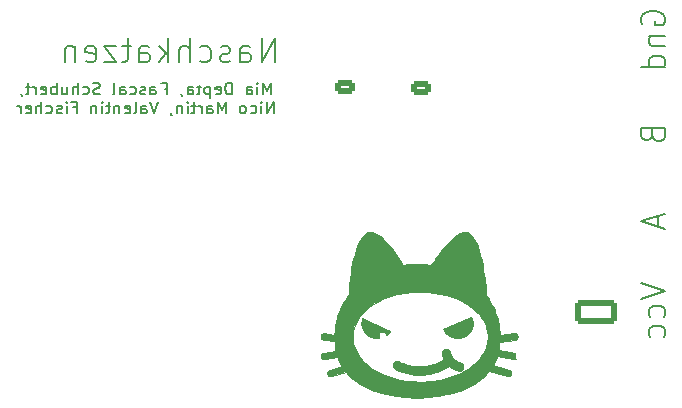
<source format=gbr>
%TF.GenerationSoftware,KiCad,Pcbnew,(6.0.4)*%
%TF.CreationDate,2022-07-19T00:25:02+02:00*%
%TF.ProjectId,Controller_Room,436f6e74-726f-46c6-9c65-725f526f6f6d,rev?*%
%TF.SameCoordinates,Original*%
%TF.FileFunction,Legend,Bot*%
%TF.FilePolarity,Positive*%
%FSLAX46Y46*%
G04 Gerber Fmt 4.6, Leading zero omitted, Abs format (unit mm)*
G04 Created by KiCad (PCBNEW (6.0.4)) date 2022-07-19 00:25:02*
%MOMM*%
%LPD*%
G01*
G04 APERTURE LIST*
G04 Aperture macros list*
%AMRoundRect*
0 Rectangle with rounded corners*
0 $1 Rounding radius*
0 $2 $3 $4 $5 $6 $7 $8 $9 X,Y pos of 4 corners*
0 Add a 4 corners polygon primitive as box body*
4,1,4,$2,$3,$4,$5,$6,$7,$8,$9,$2,$3,0*
0 Add four circle primitives for the rounded corners*
1,1,$1+$1,$2,$3*
1,1,$1+$1,$4,$5*
1,1,$1+$1,$6,$7*
1,1,$1+$1,$8,$9*
0 Add four rect primitives between the rounded corners*
20,1,$1+$1,$2,$3,$4,$5,0*
20,1,$1+$1,$4,$5,$6,$7,0*
20,1,$1+$1,$6,$7,$8,$9,0*
20,1,$1+$1,$8,$9,$2,$3,0*%
G04 Aperture macros list end*
%ADD10C,0.100000*%
%ADD11C,0.200000*%
%ADD12C,0.150000*%
%ADD13C,3.250000*%
%ADD14R,1.900000X1.900000*%
%ADD15C,1.900000*%
%ADD16C,2.100000*%
%ADD17C,2.600000*%
%ADD18RoundRect,0.250001X1.549999X-0.799999X1.549999X0.799999X-1.549999X0.799999X-1.549999X-0.799999X0*%
%ADD19O,3.600000X2.100000*%
%ADD20O,3.500000X2.000000*%
%ADD21O,2.000000X4.000000*%
%ADD22C,3.000000*%
%ADD23C,1.700000*%
%ADD24C,3.200000*%
%ADD25RoundRect,0.250000X0.625000X-0.350000X0.625000X0.350000X-0.625000X0.350000X-0.625000X-0.350000X0*%
%ADD26O,1.750000X1.200000*%
%ADD27R,1.700000X1.700000*%
%ADD28O,1.700000X1.700000*%
%ADD29C,0.600000*%
%ADD30C,0.800000*%
%ADD31C,0.400000*%
G04 APERTURE END LIST*
D10*
G36*
X178650096Y-117681887D02*
G01*
X178604360Y-117747218D01*
X178554582Y-117809639D01*
X178500936Y-117868972D01*
X178443596Y-117925035D01*
X178382738Y-117977649D01*
X178318534Y-118026634D01*
X178251160Y-118071808D01*
X178180791Y-118112993D01*
X178107599Y-118150007D01*
X178031761Y-118182670D01*
X177953450Y-118210803D01*
X177913421Y-118223115D01*
X177872840Y-118234225D01*
X177831728Y-118244113D01*
X177790107Y-118252756D01*
X177747998Y-118260131D01*
X177705424Y-118266216D01*
X177662406Y-118270987D01*
X177618966Y-118274423D01*
X177575126Y-118276502D01*
X177530908Y-118277199D01*
X177463352Y-118275581D01*
X177396670Y-118270777D01*
X177330946Y-118262865D01*
X177266262Y-118251925D01*
X177202703Y-118238032D01*
X177140350Y-118221267D01*
X177079288Y-118201706D01*
X177019600Y-118179428D01*
X176961370Y-118154510D01*
X176904680Y-118127031D01*
X176849614Y-118097069D01*
X176796255Y-118064701D01*
X176744687Y-118030006D01*
X176694992Y-117993061D01*
X176647255Y-117953945D01*
X176601559Y-117912736D01*
X176557986Y-117869511D01*
X176516621Y-117824349D01*
X176477546Y-117777328D01*
X176440845Y-117728525D01*
X176406602Y-117678019D01*
X176374898Y-117625887D01*
X176345819Y-117572208D01*
X176319447Y-117517060D01*
X176295865Y-117460520D01*
X176275158Y-117402667D01*
X176257407Y-117343579D01*
X176242697Y-117283333D01*
X176231111Y-117222007D01*
X176222732Y-117159681D01*
X176217644Y-117096431D01*
X176215929Y-117032335D01*
X176216314Y-117003159D01*
X176217461Y-116974173D01*
X176219356Y-116945381D01*
X176221985Y-116916787D01*
X176225336Y-116888394D01*
X176229393Y-116860206D01*
X176234144Y-116832228D01*
X176239576Y-116804463D01*
X176245674Y-116776915D01*
X176252425Y-116749588D01*
X176259816Y-116722485D01*
X176267833Y-116695612D01*
X176276462Y-116668971D01*
X176285690Y-116642566D01*
X176295503Y-116616402D01*
X176305887Y-116590481D01*
X178650096Y-117681887D01*
G37*
X178650096Y-117681887D02*
X178604360Y-117747218D01*
X178554582Y-117809639D01*
X178500936Y-117868972D01*
X178443596Y-117925035D01*
X178382738Y-117977649D01*
X178318534Y-118026634D01*
X178251160Y-118071808D01*
X178180791Y-118112993D01*
X178107599Y-118150007D01*
X178031761Y-118182670D01*
X177953450Y-118210803D01*
X177913421Y-118223115D01*
X177872840Y-118234225D01*
X177831728Y-118244113D01*
X177790107Y-118252756D01*
X177747998Y-118260131D01*
X177705424Y-118266216D01*
X177662406Y-118270987D01*
X177618966Y-118274423D01*
X177575126Y-118276502D01*
X177530908Y-118277199D01*
X177463352Y-118275581D01*
X177396670Y-118270777D01*
X177330946Y-118262865D01*
X177266262Y-118251925D01*
X177202703Y-118238032D01*
X177140350Y-118221267D01*
X177079288Y-118201706D01*
X177019600Y-118179428D01*
X176961370Y-118154510D01*
X176904680Y-118127031D01*
X176849614Y-118097069D01*
X176796255Y-118064701D01*
X176744687Y-118030006D01*
X176694992Y-117993061D01*
X176647255Y-117953945D01*
X176601559Y-117912736D01*
X176557986Y-117869511D01*
X176516621Y-117824349D01*
X176477546Y-117777328D01*
X176440845Y-117728525D01*
X176406602Y-117678019D01*
X176374898Y-117625887D01*
X176345819Y-117572208D01*
X176319447Y-117517060D01*
X176295865Y-117460520D01*
X176275158Y-117402667D01*
X176257407Y-117343579D01*
X176242697Y-117283333D01*
X176231111Y-117222007D01*
X176222732Y-117159681D01*
X176217644Y-117096431D01*
X176215929Y-117032335D01*
X176216314Y-117003159D01*
X176217461Y-116974173D01*
X176219356Y-116945381D01*
X176221985Y-116916787D01*
X176225336Y-116888394D01*
X176229393Y-116860206D01*
X176234144Y-116832228D01*
X176239576Y-116804463D01*
X176245674Y-116776915D01*
X176252425Y-116749588D01*
X176259816Y-116722485D01*
X176267833Y-116695612D01*
X176276462Y-116668971D01*
X176285690Y-116642566D01*
X176295503Y-116616402D01*
X176305887Y-116590481D01*
X178650096Y-117681887D01*
G36*
X172770967Y-118131432D02*
G01*
X172771965Y-118117049D01*
X172773699Y-118102576D01*
X172776161Y-118088219D01*
X172779315Y-118074177D01*
X172783141Y-118060463D01*
X172787619Y-118047091D01*
X172792727Y-118034074D01*
X172798445Y-118021424D01*
X172804753Y-118009155D01*
X172811630Y-117997280D01*
X172819055Y-117985812D01*
X172827009Y-117974764D01*
X172835469Y-117964149D01*
X172844416Y-117953980D01*
X172853829Y-117944271D01*
X172863688Y-117935034D01*
X172873971Y-117926282D01*
X172884659Y-117918029D01*
X172895731Y-117910288D01*
X172907165Y-117903071D01*
X172918942Y-117896392D01*
X172931041Y-117890263D01*
X172943442Y-117884699D01*
X172956123Y-117879712D01*
X172969064Y-117875314D01*
X172982245Y-117871520D01*
X172995645Y-117868342D01*
X173009243Y-117865794D01*
X173023019Y-117863888D01*
X173036952Y-117862637D01*
X173051022Y-117862055D01*
X173065208Y-117862155D01*
X173079489Y-117862949D01*
X173093845Y-117864451D01*
X173935220Y-117990127D01*
X173937701Y-117901616D01*
X173941173Y-117812857D01*
X173945638Y-117724097D01*
X173951095Y-117635585D01*
X173968591Y-117436743D01*
X173994201Y-117237765D01*
X174027791Y-117038919D01*
X174069228Y-116840471D01*
X174118377Y-116642691D01*
X174175105Y-116445844D01*
X174239278Y-116250199D01*
X174310763Y-116056023D01*
X174389426Y-115863584D01*
X174475133Y-115673148D01*
X174567750Y-115484983D01*
X174667145Y-115299357D01*
X174773182Y-115116536D01*
X174885728Y-114936790D01*
X175004650Y-114760384D01*
X175129814Y-114587586D01*
X175181322Y-113966973D01*
X175262581Y-113226057D01*
X175316300Y-112827577D01*
X175379775Y-112419532D01*
X175453781Y-112008759D01*
X175539091Y-111602094D01*
X175636478Y-111206374D01*
X175746714Y-110828436D01*
X175870574Y-110475116D01*
X176008830Y-110153252D01*
X176083598Y-110006252D01*
X176162256Y-109869680D01*
X176244899Y-109744390D01*
X176331624Y-109631237D01*
X176422529Y-109531076D01*
X176517709Y-109444760D01*
X176617261Y-109373146D01*
X176721283Y-109317086D01*
X176807480Y-109286559D01*
X176897204Y-109270656D01*
X176990160Y-109268668D01*
X177086053Y-109279887D01*
X177184589Y-109303604D01*
X177285472Y-109339111D01*
X177388407Y-109385699D01*
X177493101Y-109442660D01*
X177599257Y-109509284D01*
X177706582Y-109584865D01*
X177923558Y-109760059D01*
X178141669Y-109962573D01*
X178358557Y-110186738D01*
X178571864Y-110426887D01*
X178779232Y-110677352D01*
X178978301Y-110932463D01*
X179166714Y-111186553D01*
X179502138Y-111668997D01*
X179766636Y-112079336D01*
X179911235Y-112062099D01*
X180056252Y-112047110D01*
X180201610Y-112034385D01*
X180347232Y-112023938D01*
X180493039Y-112015786D01*
X180638955Y-112009944D01*
X180784902Y-112006428D01*
X180930803Y-112005252D01*
X181083706Y-112006492D01*
X181236748Y-112010213D01*
X181389821Y-112016414D01*
X181542817Y-112025096D01*
X181695627Y-112036258D01*
X181848142Y-112049900D01*
X182000254Y-112066023D01*
X182151855Y-112084627D01*
X182416544Y-111676461D01*
X182577116Y-111441974D01*
X182753306Y-111194841D01*
X182942712Y-110940779D01*
X183142933Y-110685503D01*
X183351569Y-110434731D01*
X183566218Y-110194179D01*
X183784479Y-109969564D01*
X184003951Y-109766603D01*
X184113391Y-109675029D01*
X184222233Y-109591013D01*
X184330178Y-109515268D01*
X184436924Y-109448509D01*
X184542173Y-109391451D01*
X184645624Y-109344809D01*
X184746976Y-109309297D01*
X184845931Y-109285630D01*
X184942186Y-109274522D01*
X185035443Y-109276688D01*
X185125402Y-109292843D01*
X185211761Y-109323700D01*
X185317175Y-109381110D01*
X185417933Y-109454516D01*
X185514139Y-109543027D01*
X185605897Y-109645748D01*
X185693310Y-109761785D01*
X185776482Y-109890247D01*
X185930518Y-110180867D01*
X186068834Y-110510462D01*
X186192259Y-110871885D01*
X186301623Y-111257988D01*
X186397755Y-111661624D01*
X186481485Y-112075648D01*
X186553643Y-112492912D01*
X186666556Y-113308573D01*
X186743130Y-114051432D01*
X186790001Y-114664314D01*
X186909089Y-114833968D01*
X187022198Y-115006911D01*
X187129206Y-115182896D01*
X187229994Y-115361677D01*
X187324441Y-115543009D01*
X187412427Y-115726645D01*
X187493832Y-115912339D01*
X187568537Y-116099844D01*
X187636419Y-116288916D01*
X187697361Y-116479307D01*
X187751241Y-116670772D01*
X187797939Y-116863064D01*
X187837335Y-117055937D01*
X187869309Y-117249146D01*
X187893741Y-117442444D01*
X187910511Y-117635585D01*
X187916526Y-117737573D01*
X187920929Y-117839314D01*
X187924092Y-117941055D01*
X187926386Y-118043044D01*
X189126272Y-117863126D01*
X189140864Y-117861623D01*
X189155360Y-117860829D01*
X189169739Y-117860730D01*
X189183981Y-117861312D01*
X189198068Y-117862563D01*
X189211978Y-117864469D01*
X189225694Y-117867017D01*
X189239195Y-117870195D01*
X189252461Y-117873989D01*
X189265473Y-117878387D01*
X189278211Y-117883374D01*
X189290657Y-117888938D01*
X189302789Y-117895067D01*
X189314588Y-117901746D01*
X189326036Y-117908963D01*
X189337111Y-117916704D01*
X189347795Y-117924957D01*
X189358068Y-117933709D01*
X189367910Y-117942946D01*
X189377302Y-117952656D01*
X189386225Y-117962824D01*
X189394657Y-117973439D01*
X189402580Y-117984487D01*
X189409975Y-117995955D01*
X189416821Y-118007830D01*
X189423099Y-118020099D01*
X189428790Y-118032749D01*
X189433873Y-118045766D01*
X189438329Y-118059138D01*
X189442139Y-118072852D01*
X189445282Y-118086894D01*
X189447740Y-118101251D01*
X189449471Y-118115724D01*
X189450458Y-118130107D01*
X189450716Y-118144381D01*
X189450259Y-118158527D01*
X189449104Y-118172524D01*
X189447266Y-118186353D01*
X189444760Y-118199995D01*
X189441601Y-118213430D01*
X189437804Y-118226638D01*
X189433385Y-118239600D01*
X189428359Y-118252296D01*
X189422742Y-118264706D01*
X189416547Y-118276811D01*
X189409792Y-118288591D01*
X189402490Y-118300027D01*
X189394658Y-118311099D01*
X189386310Y-118321786D01*
X189377462Y-118332071D01*
X189368129Y-118341933D01*
X189358327Y-118351352D01*
X189348070Y-118360309D01*
X189337374Y-118368784D01*
X189326254Y-118376758D01*
X189314725Y-118384210D01*
X189302803Y-118391122D01*
X189290503Y-118397474D01*
X189277839Y-118403246D01*
X189264829Y-118408418D01*
X189251486Y-118412971D01*
X189237826Y-118416886D01*
X189223864Y-118420142D01*
X189209615Y-118422720D01*
X187911834Y-118615865D01*
X187905757Y-118699085D01*
X187898440Y-118782057D01*
X187889882Y-118864781D01*
X187880084Y-118947256D01*
X187869046Y-119029484D01*
X187856768Y-119111464D01*
X187843249Y-119193195D01*
X187828491Y-119274679D01*
X189191095Y-119520741D01*
X189205328Y-119523811D01*
X189219245Y-119527551D01*
X189232830Y-119531940D01*
X189246071Y-119536957D01*
X189258952Y-119542583D01*
X189271459Y-119548798D01*
X189283578Y-119555580D01*
X189295295Y-119562909D01*
X189306595Y-119570766D01*
X189317465Y-119579129D01*
X189327889Y-119587979D01*
X189337853Y-119597295D01*
X189347344Y-119607056D01*
X189356346Y-119617243D01*
X189364847Y-119627835D01*
X189372830Y-119638812D01*
X189380283Y-119650153D01*
X189387190Y-119661837D01*
X189393538Y-119673846D01*
X189399312Y-119686158D01*
X189404497Y-119698752D01*
X189409081Y-119711610D01*
X189413047Y-119724709D01*
X189416383Y-119738031D01*
X189419073Y-119751553D01*
X189421103Y-119765258D01*
X189422460Y-119779123D01*
X189423128Y-119793128D01*
X189423094Y-119807254D01*
X189422343Y-119821479D01*
X189420861Y-119835784D01*
X189418634Y-119850148D01*
X189416005Y-119862800D01*
X189412840Y-119875203D01*
X189409154Y-119887345D01*
X189404961Y-119899217D01*
X189400276Y-119910809D01*
X189395113Y-119922111D01*
X189389487Y-119933114D01*
X189383412Y-119943806D01*
X189376904Y-119954179D01*
X189369975Y-119964222D01*
X189362642Y-119973925D01*
X189354918Y-119983279D01*
X189346818Y-119992273D01*
X189338357Y-120000898D01*
X189329549Y-120009144D01*
X189320409Y-120017001D01*
X189310950Y-120024458D01*
X189301189Y-120031506D01*
X189291139Y-120038135D01*
X189280814Y-120044335D01*
X189270230Y-120050096D01*
X189259401Y-120055408D01*
X189248341Y-120060261D01*
X189237065Y-120064646D01*
X189225587Y-120068552D01*
X189213923Y-120071970D01*
X189202086Y-120074889D01*
X189190091Y-120077299D01*
X189177953Y-120079191D01*
X189165686Y-120080555D01*
X189153304Y-120081381D01*
X189140823Y-120081658D01*
X189134810Y-120081596D01*
X189128689Y-120081410D01*
X189122475Y-120081100D01*
X189116184Y-120080666D01*
X189109830Y-120080108D01*
X189103430Y-120079426D01*
X189096999Y-120078620D01*
X189090553Y-120077690D01*
X187689584Y-119825012D01*
X187658584Y-119918955D01*
X187625133Y-120012246D01*
X187589265Y-120104855D01*
X187551009Y-120196752D01*
X187510396Y-120287904D01*
X187467458Y-120378281D01*
X187422226Y-120467851D01*
X187374730Y-120556585D01*
X188698968Y-120977277D01*
X188712663Y-120981947D01*
X188725959Y-120987261D01*
X188738845Y-120993195D01*
X188751309Y-120999727D01*
X188763340Y-121006834D01*
X188774926Y-121014492D01*
X188786057Y-121022679D01*
X188796720Y-121031371D01*
X188806904Y-121040546D01*
X188816599Y-121050181D01*
X188825792Y-121060251D01*
X188834472Y-121070736D01*
X188842628Y-121081611D01*
X188850249Y-121092853D01*
X188857322Y-121104440D01*
X188863837Y-121116348D01*
X188869783Y-121128555D01*
X188875147Y-121141037D01*
X188879919Y-121153771D01*
X188884087Y-121166735D01*
X188887639Y-121179906D01*
X188890565Y-121193259D01*
X188892853Y-121206773D01*
X188894492Y-121220425D01*
X188895470Y-121234190D01*
X188895775Y-121248047D01*
X188895397Y-121261973D01*
X188894324Y-121275943D01*
X188892544Y-121289936D01*
X188890047Y-121303928D01*
X188886821Y-121317897D01*
X188882854Y-121331818D01*
X188879046Y-121342975D01*
X188874824Y-121353871D01*
X188870199Y-121364498D01*
X188865183Y-121374852D01*
X188854027Y-121394713D01*
X188841451Y-121413405D01*
X188827549Y-121430880D01*
X188812417Y-121447090D01*
X188796149Y-121461986D01*
X188778840Y-121475520D01*
X188760586Y-121487643D01*
X188741481Y-121498306D01*
X188721620Y-121507462D01*
X188701098Y-121515062D01*
X188680011Y-121521058D01*
X188658452Y-121525400D01*
X188636518Y-121528041D01*
X188614302Y-121528932D01*
X188603391Y-121528744D01*
X188592495Y-121528168D01*
X188581630Y-121527188D01*
X188570811Y-121525791D01*
X188560055Y-121523959D01*
X188554705Y-121522875D01*
X188549376Y-121521677D01*
X188544070Y-121520363D01*
X188538790Y-121518931D01*
X188533536Y-121517378D01*
X188528312Y-121515704D01*
X187051939Y-121046068D01*
X186968941Y-121149925D01*
X186881571Y-121252091D01*
X186789675Y-121352491D01*
X186741981Y-121402004D01*
X186693097Y-121451045D01*
X186643004Y-121499607D01*
X186591682Y-121547678D01*
X186539112Y-121595249D01*
X186485275Y-121642310D01*
X186430151Y-121688852D01*
X186373721Y-121734865D01*
X186315965Y-121780340D01*
X186256865Y-121825266D01*
X186104543Y-121934888D01*
X185947876Y-122040025D01*
X185787109Y-122140685D01*
X185622485Y-122236878D01*
X185454249Y-122328615D01*
X185282645Y-122415903D01*
X185107917Y-122498754D01*
X184930310Y-122577178D01*
X184750067Y-122651182D01*
X184567433Y-122720779D01*
X184382652Y-122785976D01*
X184195967Y-122846784D01*
X184007624Y-122903212D01*
X183817867Y-122955271D01*
X183626938Y-123002969D01*
X183435084Y-123046317D01*
X183020143Y-123124885D01*
X182734429Y-123170844D01*
X182408500Y-123216477D01*
X182051318Y-123258203D01*
X181671843Y-123292441D01*
X181279035Y-123315610D01*
X180881855Y-123324129D01*
X180684393Y-123321924D01*
X180488938Y-123315610D01*
X180296321Y-123305633D01*
X180107370Y-123292441D01*
X179922915Y-123276482D01*
X179743785Y-123258203D01*
X179404818Y-123216477D01*
X179097106Y-123170844D01*
X178827283Y-123124885D01*
X178601984Y-123082183D01*
X178427845Y-123046317D01*
X178235772Y-123002969D01*
X178044682Y-122955271D01*
X177854813Y-122903212D01*
X177666403Y-122846784D01*
X177479690Y-122785976D01*
X177294914Y-122720778D01*
X177112312Y-122651182D01*
X176932122Y-122577177D01*
X176754584Y-122498754D01*
X176579934Y-122415903D01*
X176408413Y-122328614D01*
X176240257Y-122236878D01*
X176075706Y-122140684D01*
X175914998Y-122040024D01*
X175758371Y-121934888D01*
X175606064Y-121825265D01*
X175553274Y-121785346D01*
X175501553Y-121744973D01*
X175450887Y-121704153D01*
X175401260Y-121662898D01*
X175352655Y-121621216D01*
X175305059Y-121579117D01*
X175258454Y-121536612D01*
X175212827Y-121493709D01*
X175124439Y-121406750D01*
X175039773Y-121318319D01*
X174958703Y-121228492D01*
X174881105Y-121137348D01*
X173693127Y-121514379D01*
X173687670Y-121516054D01*
X173682215Y-121517606D01*
X173671319Y-121520353D01*
X173660454Y-121522634D01*
X173649636Y-121524466D01*
X173638879Y-121525864D01*
X173628200Y-121526844D01*
X173617614Y-121527420D01*
X173607137Y-121527609D01*
X173596000Y-121527385D01*
X173584921Y-121526717D01*
X173573913Y-121525613D01*
X173562987Y-121524077D01*
X173552155Y-121522115D01*
X173541429Y-121519734D01*
X173530820Y-121516940D01*
X173520341Y-121513739D01*
X173510004Y-121510136D01*
X173499819Y-121506139D01*
X173489800Y-121501752D01*
X173479959Y-121496983D01*
X173470306Y-121491836D01*
X173460853Y-121486319D01*
X173451614Y-121480437D01*
X173442599Y-121474196D01*
X173433821Y-121467602D01*
X173425290Y-121460662D01*
X173417020Y-121453381D01*
X173409022Y-121445766D01*
X173401308Y-121437822D01*
X173393890Y-121429556D01*
X173386779Y-121420974D01*
X173379988Y-121412081D01*
X173373528Y-121402884D01*
X173367412Y-121393388D01*
X173361650Y-121383601D01*
X173356256Y-121373527D01*
X173351240Y-121363174D01*
X173346615Y-121352546D01*
X173342393Y-121341651D01*
X173338585Y-121330494D01*
X173334502Y-121316456D01*
X173331174Y-121302386D01*
X173328589Y-121288306D01*
X173326735Y-121274239D01*
X173325601Y-121260207D01*
X173325173Y-121246232D01*
X173325440Y-121232336D01*
X173326389Y-121218542D01*
X173328009Y-121204873D01*
X173330287Y-121191349D01*
X173333212Y-121177994D01*
X173336771Y-121164830D01*
X173340952Y-121151879D01*
X173345743Y-121139164D01*
X173351131Y-121126706D01*
X173357106Y-121114528D01*
X173363654Y-121102653D01*
X173370763Y-121091102D01*
X173378422Y-121079898D01*
X173386618Y-121069063D01*
X173395339Y-121058620D01*
X173404574Y-121048590D01*
X173414309Y-121038997D01*
X173424533Y-121029861D01*
X173435234Y-121021206D01*
X173446399Y-121013055D01*
X173458017Y-121005428D01*
X173470075Y-120998349D01*
X173482562Y-120991839D01*
X173495465Y-120985922D01*
X173508771Y-120980618D01*
X173522470Y-120975952D01*
X174542439Y-120651838D01*
X174489230Y-120559074D01*
X174438735Y-120465348D01*
X174390937Y-120370692D01*
X174345820Y-120275138D01*
X174303371Y-120178714D01*
X174263572Y-120081454D01*
X174226409Y-119983388D01*
X174191866Y-119884546D01*
X173129564Y-120076369D01*
X173123117Y-120077299D01*
X173116686Y-120078105D01*
X173110286Y-120078787D01*
X173103933Y-120079345D01*
X173097641Y-120079779D01*
X173091427Y-120080089D01*
X173085306Y-120080275D01*
X173079293Y-120080337D01*
X173066812Y-120080060D01*
X173054430Y-120079234D01*
X173042163Y-120077870D01*
X173030025Y-120075978D01*
X173018030Y-120073568D01*
X173006193Y-120070649D01*
X172994529Y-120067231D01*
X172983051Y-120063325D01*
X172971775Y-120058941D01*
X172960715Y-120054087D01*
X172949886Y-120048775D01*
X172939302Y-120043014D01*
X172928977Y-120036814D01*
X172918927Y-120030185D01*
X172909166Y-120023137D01*
X172899707Y-120015680D01*
X172890567Y-120007823D01*
X172881759Y-119999578D01*
X172873298Y-119990953D01*
X172865198Y-119981958D01*
X172857474Y-119972604D01*
X172850141Y-119962901D01*
X172843212Y-119952858D01*
X172836703Y-119942485D01*
X172830629Y-119931793D01*
X172825003Y-119920791D01*
X172819840Y-119909488D01*
X172815154Y-119897896D01*
X172810961Y-119886024D01*
X172807275Y-119873882D01*
X172804110Y-119861480D01*
X172801481Y-119848827D01*
X172799254Y-119834463D01*
X172797772Y-119820158D01*
X172797021Y-119805934D01*
X172796987Y-119791810D01*
X172797656Y-119777806D01*
X172799013Y-119763945D01*
X172801044Y-119750246D01*
X172803734Y-119736730D01*
X172807069Y-119723417D01*
X172811036Y-119710329D01*
X172815619Y-119697485D01*
X172820805Y-119684906D01*
X172826579Y-119672613D01*
X172832927Y-119660627D01*
X172839834Y-119648968D01*
X172847287Y-119637656D01*
X172855270Y-119626712D01*
X172863771Y-119616157D01*
X172872773Y-119606012D01*
X172882264Y-119596297D01*
X172892228Y-119587032D01*
X172902653Y-119578238D01*
X172913522Y-119569936D01*
X172924822Y-119562146D01*
X172936539Y-119554890D01*
X172948658Y-119548186D01*
X172961165Y-119542057D01*
X172974046Y-119536523D01*
X172987287Y-119531603D01*
X173000873Y-119527320D01*
X173014789Y-119523693D01*
X173029022Y-119520743D01*
X174045022Y-119338181D01*
X174026217Y-119242688D01*
X174009428Y-119146731D01*
X173994560Y-119050339D01*
X173981522Y-118953543D01*
X173970221Y-118856376D01*
X173960562Y-118758868D01*
X173952454Y-118661049D01*
X173945804Y-118562952D01*
X173011824Y-118424045D01*
X172997460Y-118421467D01*
X172983396Y-118418211D01*
X172969648Y-118414297D01*
X172956231Y-118409744D01*
X172943159Y-118404572D01*
X172930446Y-118398800D01*
X172918107Y-118392448D01*
X172906156Y-118385536D01*
X172894609Y-118378083D01*
X172883480Y-118370110D01*
X172872782Y-118361634D01*
X172862531Y-118352677D01*
X172852742Y-118343258D01*
X172843428Y-118333397D01*
X172834604Y-118323112D01*
X172826285Y-118312424D01*
X172818486Y-118301352D01*
X172811220Y-118289917D01*
X172804503Y-118278136D01*
X172798349Y-118266031D01*
X172792772Y-118253621D01*
X172787788Y-118240925D01*
X172783410Y-118227963D01*
X172779653Y-118214755D01*
X172776531Y-118201320D01*
X172774060Y-118187678D01*
X172772253Y-118173849D01*
X172771126Y-118159852D01*
X172771114Y-118159459D01*
X175480387Y-118159459D01*
X175487823Y-118355453D01*
X175509891Y-118548883D01*
X175546233Y-118739507D01*
X175596488Y-118927086D01*
X175660300Y-119111381D01*
X175737307Y-119292151D01*
X175827152Y-119469157D01*
X175929476Y-119642159D01*
X176043919Y-119810917D01*
X176170122Y-119975191D01*
X176307727Y-120134742D01*
X176456374Y-120289329D01*
X176785360Y-120582654D01*
X177154207Y-120853248D01*
X177560045Y-121099192D01*
X178000000Y-121318569D01*
X178471202Y-121509458D01*
X178970778Y-121669943D01*
X179495857Y-121798103D01*
X180043565Y-121892022D01*
X180611033Y-121949780D01*
X181195386Y-121969459D01*
X181489495Y-121964500D01*
X181779740Y-121949780D01*
X182065764Y-121925541D01*
X182347208Y-121892022D01*
X182623712Y-121849463D01*
X182894917Y-121798103D01*
X183160464Y-121738183D01*
X183419995Y-121669943D01*
X183673150Y-121593621D01*
X183919571Y-121509458D01*
X184158898Y-121417694D01*
X184390773Y-121318569D01*
X184614836Y-121212322D01*
X184830728Y-121099193D01*
X185038092Y-120979422D01*
X185236566Y-120853249D01*
X185425793Y-120720913D01*
X185605414Y-120582655D01*
X185775069Y-120438714D01*
X185934399Y-120289330D01*
X186083046Y-120134742D01*
X186220651Y-119975192D01*
X186346854Y-119810918D01*
X186461297Y-119642160D01*
X186563620Y-119469158D01*
X186653465Y-119292152D01*
X186730473Y-119111382D01*
X186794284Y-118927087D01*
X186844540Y-118739508D01*
X186880882Y-118548884D01*
X186902950Y-118355454D01*
X186910386Y-118159460D01*
X186902946Y-117963349D01*
X186880867Y-117769818D01*
X186844509Y-117579106D01*
X186794230Y-117391452D01*
X186730391Y-117207096D01*
X186653352Y-117026276D01*
X186563472Y-116849232D01*
X186461111Y-116676202D01*
X186346628Y-116507425D01*
X186220384Y-116343142D01*
X186082738Y-116183590D01*
X185934050Y-116029009D01*
X185604986Y-115735715D01*
X185236070Y-115465175D01*
X184830179Y-115219299D01*
X184390191Y-115000002D01*
X183918985Y-114809194D01*
X183419437Y-114648790D01*
X182894425Y-114520702D01*
X182346828Y-114426842D01*
X181779522Y-114369124D01*
X181195386Y-114349459D01*
X180901278Y-114354415D01*
X180611033Y-114369123D01*
X180325009Y-114393345D01*
X180043565Y-114426842D01*
X179767062Y-114469373D01*
X179495857Y-114520701D01*
X179230309Y-114580586D01*
X178970778Y-114648789D01*
X178717623Y-114725071D01*
X178471202Y-114809193D01*
X178231875Y-114900916D01*
X178000000Y-115000000D01*
X177775937Y-115106207D01*
X177560045Y-115219298D01*
X177352682Y-115339033D01*
X177154207Y-115465173D01*
X176964980Y-115597480D01*
X176785360Y-115735714D01*
X176615704Y-115879636D01*
X176456374Y-116029007D01*
X176307727Y-116183588D01*
X176170122Y-116343140D01*
X176043919Y-116507424D01*
X175929476Y-116676200D01*
X175827152Y-116849230D01*
X175737307Y-117026275D01*
X175660300Y-117207095D01*
X175596488Y-117391451D01*
X175546233Y-117579105D01*
X175509891Y-117769817D01*
X175487823Y-117963348D01*
X175480387Y-118159459D01*
X172771114Y-118159459D01*
X172770692Y-118145706D01*
X172770967Y-118131432D01*
G37*
X172770967Y-118131432D02*
X172771965Y-118117049D01*
X172773699Y-118102576D01*
X172776161Y-118088219D01*
X172779315Y-118074177D01*
X172783141Y-118060463D01*
X172787619Y-118047091D01*
X172792727Y-118034074D01*
X172798445Y-118021424D01*
X172804753Y-118009155D01*
X172811630Y-117997280D01*
X172819055Y-117985812D01*
X172827009Y-117974764D01*
X172835469Y-117964149D01*
X172844416Y-117953980D01*
X172853829Y-117944271D01*
X172863688Y-117935034D01*
X172873971Y-117926282D01*
X172884659Y-117918029D01*
X172895731Y-117910288D01*
X172907165Y-117903071D01*
X172918942Y-117896392D01*
X172931041Y-117890263D01*
X172943442Y-117884699D01*
X172956123Y-117879712D01*
X172969064Y-117875314D01*
X172982245Y-117871520D01*
X172995645Y-117868342D01*
X173009243Y-117865794D01*
X173023019Y-117863888D01*
X173036952Y-117862637D01*
X173051022Y-117862055D01*
X173065208Y-117862155D01*
X173079489Y-117862949D01*
X173093845Y-117864451D01*
X173935220Y-117990127D01*
X173937701Y-117901616D01*
X173941173Y-117812857D01*
X173945638Y-117724097D01*
X173951095Y-117635585D01*
X173968591Y-117436743D01*
X173994201Y-117237765D01*
X174027791Y-117038919D01*
X174069228Y-116840471D01*
X174118377Y-116642691D01*
X174175105Y-116445844D01*
X174239278Y-116250199D01*
X174310763Y-116056023D01*
X174389426Y-115863584D01*
X174475133Y-115673148D01*
X174567750Y-115484983D01*
X174667145Y-115299357D01*
X174773182Y-115116536D01*
X174885728Y-114936790D01*
X175004650Y-114760384D01*
X175129814Y-114587586D01*
X175181322Y-113966973D01*
X175262581Y-113226057D01*
X175316300Y-112827577D01*
X175379775Y-112419532D01*
X175453781Y-112008759D01*
X175539091Y-111602094D01*
X175636478Y-111206374D01*
X175746714Y-110828436D01*
X175870574Y-110475116D01*
X176008830Y-110153252D01*
X176083598Y-110006252D01*
X176162256Y-109869680D01*
X176244899Y-109744390D01*
X176331624Y-109631237D01*
X176422529Y-109531076D01*
X176517709Y-109444760D01*
X176617261Y-109373146D01*
X176721283Y-109317086D01*
X176807480Y-109286559D01*
X176897204Y-109270656D01*
X176990160Y-109268668D01*
X177086053Y-109279887D01*
X177184589Y-109303604D01*
X177285472Y-109339111D01*
X177388407Y-109385699D01*
X177493101Y-109442660D01*
X177599257Y-109509284D01*
X177706582Y-109584865D01*
X177923558Y-109760059D01*
X178141669Y-109962573D01*
X178358557Y-110186738D01*
X178571864Y-110426887D01*
X178779232Y-110677352D01*
X178978301Y-110932463D01*
X179166714Y-111186553D01*
X179502138Y-111668997D01*
X179766636Y-112079336D01*
X179911235Y-112062099D01*
X180056252Y-112047110D01*
X180201610Y-112034385D01*
X180347232Y-112023938D01*
X180493039Y-112015786D01*
X180638955Y-112009944D01*
X180784902Y-112006428D01*
X180930803Y-112005252D01*
X181083706Y-112006492D01*
X181236748Y-112010213D01*
X181389821Y-112016414D01*
X181542817Y-112025096D01*
X181695627Y-112036258D01*
X181848142Y-112049900D01*
X182000254Y-112066023D01*
X182151855Y-112084627D01*
X182416544Y-111676461D01*
X182577116Y-111441974D01*
X182753306Y-111194841D01*
X182942712Y-110940779D01*
X183142933Y-110685503D01*
X183351569Y-110434731D01*
X183566218Y-110194179D01*
X183784479Y-109969564D01*
X184003951Y-109766603D01*
X184113391Y-109675029D01*
X184222233Y-109591013D01*
X184330178Y-109515268D01*
X184436924Y-109448509D01*
X184542173Y-109391451D01*
X184645624Y-109344809D01*
X184746976Y-109309297D01*
X184845931Y-109285630D01*
X184942186Y-109274522D01*
X185035443Y-109276688D01*
X185125402Y-109292843D01*
X185211761Y-109323700D01*
X185317175Y-109381110D01*
X185417933Y-109454516D01*
X185514139Y-109543027D01*
X185605897Y-109645748D01*
X185693310Y-109761785D01*
X185776482Y-109890247D01*
X185930518Y-110180867D01*
X186068834Y-110510462D01*
X186192259Y-110871885D01*
X186301623Y-111257988D01*
X186397755Y-111661624D01*
X186481485Y-112075648D01*
X186553643Y-112492912D01*
X186666556Y-113308573D01*
X186743130Y-114051432D01*
X186790001Y-114664314D01*
X186909089Y-114833968D01*
X187022198Y-115006911D01*
X187129206Y-115182896D01*
X187229994Y-115361677D01*
X187324441Y-115543009D01*
X187412427Y-115726645D01*
X187493832Y-115912339D01*
X187568537Y-116099844D01*
X187636419Y-116288916D01*
X187697361Y-116479307D01*
X187751241Y-116670772D01*
X187797939Y-116863064D01*
X187837335Y-117055937D01*
X187869309Y-117249146D01*
X187893741Y-117442444D01*
X187910511Y-117635585D01*
X187916526Y-117737573D01*
X187920929Y-117839314D01*
X187924092Y-117941055D01*
X187926386Y-118043044D01*
X189126272Y-117863126D01*
X189140864Y-117861623D01*
X189155360Y-117860829D01*
X189169739Y-117860730D01*
X189183981Y-117861312D01*
X189198068Y-117862563D01*
X189211978Y-117864469D01*
X189225694Y-117867017D01*
X189239195Y-117870195D01*
X189252461Y-117873989D01*
X189265473Y-117878387D01*
X189278211Y-117883374D01*
X189290657Y-117888938D01*
X189302789Y-117895067D01*
X189314588Y-117901746D01*
X189326036Y-117908963D01*
X189337111Y-117916704D01*
X189347795Y-117924957D01*
X189358068Y-117933709D01*
X189367910Y-117942946D01*
X189377302Y-117952656D01*
X189386225Y-117962824D01*
X189394657Y-117973439D01*
X189402580Y-117984487D01*
X189409975Y-117995955D01*
X189416821Y-118007830D01*
X189423099Y-118020099D01*
X189428790Y-118032749D01*
X189433873Y-118045766D01*
X189438329Y-118059138D01*
X189442139Y-118072852D01*
X189445282Y-118086894D01*
X189447740Y-118101251D01*
X189449471Y-118115724D01*
X189450458Y-118130107D01*
X189450716Y-118144381D01*
X189450259Y-118158527D01*
X189449104Y-118172524D01*
X189447266Y-118186353D01*
X189444760Y-118199995D01*
X189441601Y-118213430D01*
X189437804Y-118226638D01*
X189433385Y-118239600D01*
X189428359Y-118252296D01*
X189422742Y-118264706D01*
X189416547Y-118276811D01*
X189409792Y-118288591D01*
X189402490Y-118300027D01*
X189394658Y-118311099D01*
X189386310Y-118321786D01*
X189377462Y-118332071D01*
X189368129Y-118341933D01*
X189358327Y-118351352D01*
X189348070Y-118360309D01*
X189337374Y-118368784D01*
X189326254Y-118376758D01*
X189314725Y-118384210D01*
X189302803Y-118391122D01*
X189290503Y-118397474D01*
X189277839Y-118403246D01*
X189264829Y-118408418D01*
X189251486Y-118412971D01*
X189237826Y-118416886D01*
X189223864Y-118420142D01*
X189209615Y-118422720D01*
X187911834Y-118615865D01*
X187905757Y-118699085D01*
X187898440Y-118782057D01*
X187889882Y-118864781D01*
X187880084Y-118947256D01*
X187869046Y-119029484D01*
X187856768Y-119111464D01*
X187843249Y-119193195D01*
X187828491Y-119274679D01*
X189191095Y-119520741D01*
X189205328Y-119523811D01*
X189219245Y-119527551D01*
X189232830Y-119531940D01*
X189246071Y-119536957D01*
X189258952Y-119542583D01*
X189271459Y-119548798D01*
X189283578Y-119555580D01*
X189295295Y-119562909D01*
X189306595Y-119570766D01*
X189317465Y-119579129D01*
X189327889Y-119587979D01*
X189337853Y-119597295D01*
X189347344Y-119607056D01*
X189356346Y-119617243D01*
X189364847Y-119627835D01*
X189372830Y-119638812D01*
X189380283Y-119650153D01*
X189387190Y-119661837D01*
X189393538Y-119673846D01*
X189399312Y-119686158D01*
X189404497Y-119698752D01*
X189409081Y-119711610D01*
X189413047Y-119724709D01*
X189416383Y-119738031D01*
X189419073Y-119751553D01*
X189421103Y-119765258D01*
X189422460Y-119779123D01*
X189423128Y-119793128D01*
X189423094Y-119807254D01*
X189422343Y-119821479D01*
X189420861Y-119835784D01*
X189418634Y-119850148D01*
X189416005Y-119862800D01*
X189412840Y-119875203D01*
X189409154Y-119887345D01*
X189404961Y-119899217D01*
X189400276Y-119910809D01*
X189395113Y-119922111D01*
X189389487Y-119933114D01*
X189383412Y-119943806D01*
X189376904Y-119954179D01*
X189369975Y-119964222D01*
X189362642Y-119973925D01*
X189354918Y-119983279D01*
X189346818Y-119992273D01*
X189338357Y-120000898D01*
X189329549Y-120009144D01*
X189320409Y-120017001D01*
X189310950Y-120024458D01*
X189301189Y-120031506D01*
X189291139Y-120038135D01*
X189280814Y-120044335D01*
X189270230Y-120050096D01*
X189259401Y-120055408D01*
X189248341Y-120060261D01*
X189237065Y-120064646D01*
X189225587Y-120068552D01*
X189213923Y-120071970D01*
X189202086Y-120074889D01*
X189190091Y-120077299D01*
X189177953Y-120079191D01*
X189165686Y-120080555D01*
X189153304Y-120081381D01*
X189140823Y-120081658D01*
X189134810Y-120081596D01*
X189128689Y-120081410D01*
X189122475Y-120081100D01*
X189116184Y-120080666D01*
X189109830Y-120080108D01*
X189103430Y-120079426D01*
X189096999Y-120078620D01*
X189090553Y-120077690D01*
X187689584Y-119825012D01*
X187658584Y-119918955D01*
X187625133Y-120012246D01*
X187589265Y-120104855D01*
X187551009Y-120196752D01*
X187510396Y-120287904D01*
X187467458Y-120378281D01*
X187422226Y-120467851D01*
X187374730Y-120556585D01*
X188698968Y-120977277D01*
X188712663Y-120981947D01*
X188725959Y-120987261D01*
X188738845Y-120993195D01*
X188751309Y-120999727D01*
X188763340Y-121006834D01*
X188774926Y-121014492D01*
X188786057Y-121022679D01*
X188796720Y-121031371D01*
X188806904Y-121040546D01*
X188816599Y-121050181D01*
X188825792Y-121060251D01*
X188834472Y-121070736D01*
X188842628Y-121081611D01*
X188850249Y-121092853D01*
X188857322Y-121104440D01*
X188863837Y-121116348D01*
X188869783Y-121128555D01*
X188875147Y-121141037D01*
X188879919Y-121153771D01*
X188884087Y-121166735D01*
X188887639Y-121179906D01*
X188890565Y-121193259D01*
X188892853Y-121206773D01*
X188894492Y-121220425D01*
X188895470Y-121234190D01*
X188895775Y-121248047D01*
X188895397Y-121261973D01*
X188894324Y-121275943D01*
X188892544Y-121289936D01*
X188890047Y-121303928D01*
X188886821Y-121317897D01*
X188882854Y-121331818D01*
X188879046Y-121342975D01*
X188874824Y-121353871D01*
X188870199Y-121364498D01*
X188865183Y-121374852D01*
X188854027Y-121394713D01*
X188841451Y-121413405D01*
X188827549Y-121430880D01*
X188812417Y-121447090D01*
X188796149Y-121461986D01*
X188778840Y-121475520D01*
X188760586Y-121487643D01*
X188741481Y-121498306D01*
X188721620Y-121507462D01*
X188701098Y-121515062D01*
X188680011Y-121521058D01*
X188658452Y-121525400D01*
X188636518Y-121528041D01*
X188614302Y-121528932D01*
X188603391Y-121528744D01*
X188592495Y-121528168D01*
X188581630Y-121527188D01*
X188570811Y-121525791D01*
X188560055Y-121523959D01*
X188554705Y-121522875D01*
X188549376Y-121521677D01*
X188544070Y-121520363D01*
X188538790Y-121518931D01*
X188533536Y-121517378D01*
X188528312Y-121515704D01*
X187051939Y-121046068D01*
X186968941Y-121149925D01*
X186881571Y-121252091D01*
X186789675Y-121352491D01*
X186741981Y-121402004D01*
X186693097Y-121451045D01*
X186643004Y-121499607D01*
X186591682Y-121547678D01*
X186539112Y-121595249D01*
X186485275Y-121642310D01*
X186430151Y-121688852D01*
X186373721Y-121734865D01*
X186315965Y-121780340D01*
X186256865Y-121825266D01*
X186104543Y-121934888D01*
X185947876Y-122040025D01*
X185787109Y-122140685D01*
X185622485Y-122236878D01*
X185454249Y-122328615D01*
X185282645Y-122415903D01*
X185107917Y-122498754D01*
X184930310Y-122577178D01*
X184750067Y-122651182D01*
X184567433Y-122720779D01*
X184382652Y-122785976D01*
X184195967Y-122846784D01*
X184007624Y-122903212D01*
X183817867Y-122955271D01*
X183626938Y-123002969D01*
X183435084Y-123046317D01*
X183020143Y-123124885D01*
X182734429Y-123170844D01*
X182408500Y-123216477D01*
X182051318Y-123258203D01*
X181671843Y-123292441D01*
X181279035Y-123315610D01*
X180881855Y-123324129D01*
X180684393Y-123321924D01*
X180488938Y-123315610D01*
X180296321Y-123305633D01*
X180107370Y-123292441D01*
X179922915Y-123276482D01*
X179743785Y-123258203D01*
X179404818Y-123216477D01*
X179097106Y-123170844D01*
X178827283Y-123124885D01*
X178601984Y-123082183D01*
X178427845Y-123046317D01*
X178235772Y-123002969D01*
X178044682Y-122955271D01*
X177854813Y-122903212D01*
X177666403Y-122846784D01*
X177479690Y-122785976D01*
X177294914Y-122720778D01*
X177112312Y-122651182D01*
X176932122Y-122577177D01*
X176754584Y-122498754D01*
X176579934Y-122415903D01*
X176408413Y-122328614D01*
X176240257Y-122236878D01*
X176075706Y-122140684D01*
X175914998Y-122040024D01*
X175758371Y-121934888D01*
X175606064Y-121825265D01*
X175553274Y-121785346D01*
X175501553Y-121744973D01*
X175450887Y-121704153D01*
X175401260Y-121662898D01*
X175352655Y-121621216D01*
X175305059Y-121579117D01*
X175258454Y-121536612D01*
X175212827Y-121493709D01*
X175124439Y-121406750D01*
X175039773Y-121318319D01*
X174958703Y-121228492D01*
X174881105Y-121137348D01*
X173693127Y-121514379D01*
X173687670Y-121516054D01*
X173682215Y-121517606D01*
X173671319Y-121520353D01*
X173660454Y-121522634D01*
X173649636Y-121524466D01*
X173638879Y-121525864D01*
X173628200Y-121526844D01*
X173617614Y-121527420D01*
X173607137Y-121527609D01*
X173596000Y-121527385D01*
X173584921Y-121526717D01*
X173573913Y-121525613D01*
X173562987Y-121524077D01*
X173552155Y-121522115D01*
X173541429Y-121519734D01*
X173530820Y-121516940D01*
X173520341Y-121513739D01*
X173510004Y-121510136D01*
X173499819Y-121506139D01*
X173489800Y-121501752D01*
X173479959Y-121496983D01*
X173470306Y-121491836D01*
X173460853Y-121486319D01*
X173451614Y-121480437D01*
X173442599Y-121474196D01*
X173433821Y-121467602D01*
X173425290Y-121460662D01*
X173417020Y-121453381D01*
X173409022Y-121445766D01*
X173401308Y-121437822D01*
X173393890Y-121429556D01*
X173386779Y-121420974D01*
X173379988Y-121412081D01*
X173373528Y-121402884D01*
X173367412Y-121393388D01*
X173361650Y-121383601D01*
X173356256Y-121373527D01*
X173351240Y-121363174D01*
X173346615Y-121352546D01*
X173342393Y-121341651D01*
X173338585Y-121330494D01*
X173334502Y-121316456D01*
X173331174Y-121302386D01*
X173328589Y-121288306D01*
X173326735Y-121274239D01*
X173325601Y-121260207D01*
X173325173Y-121246232D01*
X173325440Y-121232336D01*
X173326389Y-121218542D01*
X173328009Y-121204873D01*
X173330287Y-121191349D01*
X173333212Y-121177994D01*
X173336771Y-121164830D01*
X173340952Y-121151879D01*
X173345743Y-121139164D01*
X173351131Y-121126706D01*
X173357106Y-121114528D01*
X173363654Y-121102653D01*
X173370763Y-121091102D01*
X173378422Y-121079898D01*
X173386618Y-121069063D01*
X173395339Y-121058620D01*
X173404574Y-121048590D01*
X173414309Y-121038997D01*
X173424533Y-121029861D01*
X173435234Y-121021206D01*
X173446399Y-121013055D01*
X173458017Y-121005428D01*
X173470075Y-120998349D01*
X173482562Y-120991839D01*
X173495465Y-120985922D01*
X173508771Y-120980618D01*
X173522470Y-120975952D01*
X174542439Y-120651838D01*
X174489230Y-120559074D01*
X174438735Y-120465348D01*
X174390937Y-120370692D01*
X174345820Y-120275138D01*
X174303371Y-120178714D01*
X174263572Y-120081454D01*
X174226409Y-119983388D01*
X174191866Y-119884546D01*
X173129564Y-120076369D01*
X173123117Y-120077299D01*
X173116686Y-120078105D01*
X173110286Y-120078787D01*
X173103933Y-120079345D01*
X173097641Y-120079779D01*
X173091427Y-120080089D01*
X173085306Y-120080275D01*
X173079293Y-120080337D01*
X173066812Y-120080060D01*
X173054430Y-120079234D01*
X173042163Y-120077870D01*
X173030025Y-120075978D01*
X173018030Y-120073568D01*
X173006193Y-120070649D01*
X172994529Y-120067231D01*
X172983051Y-120063325D01*
X172971775Y-120058941D01*
X172960715Y-120054087D01*
X172949886Y-120048775D01*
X172939302Y-120043014D01*
X172928977Y-120036814D01*
X172918927Y-120030185D01*
X172909166Y-120023137D01*
X172899707Y-120015680D01*
X172890567Y-120007823D01*
X172881759Y-119999578D01*
X172873298Y-119990953D01*
X172865198Y-119981958D01*
X172857474Y-119972604D01*
X172850141Y-119962901D01*
X172843212Y-119952858D01*
X172836703Y-119942485D01*
X172830629Y-119931793D01*
X172825003Y-119920791D01*
X172819840Y-119909488D01*
X172815154Y-119897896D01*
X172810961Y-119886024D01*
X172807275Y-119873882D01*
X172804110Y-119861480D01*
X172801481Y-119848827D01*
X172799254Y-119834463D01*
X172797772Y-119820158D01*
X172797021Y-119805934D01*
X172796987Y-119791810D01*
X172797656Y-119777806D01*
X172799013Y-119763945D01*
X172801044Y-119750246D01*
X172803734Y-119736730D01*
X172807069Y-119723417D01*
X172811036Y-119710329D01*
X172815619Y-119697485D01*
X172820805Y-119684906D01*
X172826579Y-119672613D01*
X172832927Y-119660627D01*
X172839834Y-119648968D01*
X172847287Y-119637656D01*
X172855270Y-119626712D01*
X172863771Y-119616157D01*
X172872773Y-119606012D01*
X172882264Y-119596297D01*
X172892228Y-119587032D01*
X172902653Y-119578238D01*
X172913522Y-119569936D01*
X172924822Y-119562146D01*
X172936539Y-119554890D01*
X172948658Y-119548186D01*
X172961165Y-119542057D01*
X172974046Y-119536523D01*
X172987287Y-119531603D01*
X173000873Y-119527320D01*
X173014789Y-119523693D01*
X173029022Y-119520743D01*
X174045022Y-119338181D01*
X174026217Y-119242688D01*
X174009428Y-119146731D01*
X173994560Y-119050339D01*
X173981522Y-118953543D01*
X173970221Y-118856376D01*
X173960562Y-118758868D01*
X173952454Y-118661049D01*
X173945804Y-118562952D01*
X173011824Y-118424045D01*
X172997460Y-118421467D01*
X172983396Y-118418211D01*
X172969648Y-118414297D01*
X172956231Y-118409744D01*
X172943159Y-118404572D01*
X172930446Y-118398800D01*
X172918107Y-118392448D01*
X172906156Y-118385536D01*
X172894609Y-118378083D01*
X172883480Y-118370110D01*
X172872782Y-118361634D01*
X172862531Y-118352677D01*
X172852742Y-118343258D01*
X172843428Y-118333397D01*
X172834604Y-118323112D01*
X172826285Y-118312424D01*
X172818486Y-118301352D01*
X172811220Y-118289917D01*
X172804503Y-118278136D01*
X172798349Y-118266031D01*
X172792772Y-118253621D01*
X172787788Y-118240925D01*
X172783410Y-118227963D01*
X172779653Y-118214755D01*
X172776531Y-118201320D01*
X172774060Y-118187678D01*
X172772253Y-118173849D01*
X172771126Y-118159852D01*
X172771114Y-118159459D01*
X175480387Y-118159459D01*
X175487823Y-118355453D01*
X175509891Y-118548883D01*
X175546233Y-118739507D01*
X175596488Y-118927086D01*
X175660300Y-119111381D01*
X175737307Y-119292151D01*
X175827152Y-119469157D01*
X175929476Y-119642159D01*
X176043919Y-119810917D01*
X176170122Y-119975191D01*
X176307727Y-120134742D01*
X176456374Y-120289329D01*
X176785360Y-120582654D01*
X177154207Y-120853248D01*
X177560045Y-121099192D01*
X178000000Y-121318569D01*
X178471202Y-121509458D01*
X178970778Y-121669943D01*
X179495857Y-121798103D01*
X180043565Y-121892022D01*
X180611033Y-121949780D01*
X181195386Y-121969459D01*
X181489495Y-121964500D01*
X181779740Y-121949780D01*
X182065764Y-121925541D01*
X182347208Y-121892022D01*
X182623712Y-121849463D01*
X182894917Y-121798103D01*
X183160464Y-121738183D01*
X183419995Y-121669943D01*
X183673150Y-121593621D01*
X183919571Y-121509458D01*
X184158898Y-121417694D01*
X184390773Y-121318569D01*
X184614836Y-121212322D01*
X184830728Y-121099193D01*
X185038092Y-120979422D01*
X185236566Y-120853249D01*
X185425793Y-120720913D01*
X185605414Y-120582655D01*
X185775069Y-120438714D01*
X185934399Y-120289330D01*
X186083046Y-120134742D01*
X186220651Y-119975192D01*
X186346854Y-119810918D01*
X186461297Y-119642160D01*
X186563620Y-119469158D01*
X186653465Y-119292152D01*
X186730473Y-119111382D01*
X186794284Y-118927087D01*
X186844540Y-118739508D01*
X186880882Y-118548884D01*
X186902950Y-118355454D01*
X186910386Y-118159460D01*
X186902946Y-117963349D01*
X186880867Y-117769818D01*
X186844509Y-117579106D01*
X186794230Y-117391452D01*
X186730391Y-117207096D01*
X186653352Y-117026276D01*
X186563472Y-116849232D01*
X186461111Y-116676202D01*
X186346628Y-116507425D01*
X186220384Y-116343142D01*
X186082738Y-116183590D01*
X185934050Y-116029009D01*
X185604986Y-115735715D01*
X185236070Y-115465175D01*
X184830179Y-115219299D01*
X184390191Y-115000002D01*
X183918985Y-114809194D01*
X183419437Y-114648790D01*
X182894425Y-114520702D01*
X182346828Y-114426842D01*
X181779522Y-114369124D01*
X181195386Y-114349459D01*
X180901278Y-114354415D01*
X180611033Y-114369123D01*
X180325009Y-114393345D01*
X180043565Y-114426842D01*
X179767062Y-114469373D01*
X179495857Y-114520701D01*
X179230309Y-114580586D01*
X178970778Y-114648789D01*
X178717623Y-114725071D01*
X178471202Y-114809193D01*
X178231875Y-114900916D01*
X178000000Y-115000000D01*
X177775937Y-115106207D01*
X177560045Y-115219298D01*
X177352682Y-115339033D01*
X177154207Y-115465173D01*
X176964980Y-115597480D01*
X176785360Y-115735714D01*
X176615704Y-115879636D01*
X176456374Y-116029007D01*
X176307727Y-116183588D01*
X176170122Y-116343140D01*
X176043919Y-116507424D01*
X175929476Y-116676200D01*
X175827152Y-116849230D01*
X175737307Y-117026275D01*
X175660300Y-117207095D01*
X175596488Y-117391451D01*
X175546233Y-117579105D01*
X175509891Y-117769817D01*
X175487823Y-117963348D01*
X175480387Y-118159459D01*
X172771114Y-118159459D01*
X172770692Y-118145706D01*
X172770967Y-118131432D01*
G36*
X183390923Y-119205407D02*
G01*
X183408242Y-119207108D01*
X183425346Y-119209635D01*
X183442212Y-119212968D01*
X183458816Y-119217091D01*
X183475132Y-119221985D01*
X183491138Y-119227632D01*
X183506808Y-119234015D01*
X183522119Y-119241115D01*
X183537046Y-119248915D01*
X183551566Y-119257397D01*
X183565653Y-119266542D01*
X183579284Y-119276333D01*
X183592434Y-119286752D01*
X183605079Y-119297781D01*
X183617196Y-119309401D01*
X183628759Y-119321596D01*
X183639744Y-119334347D01*
X183650128Y-119347637D01*
X183659886Y-119361446D01*
X183668994Y-119375759D01*
X183677427Y-119390555D01*
X183685162Y-119405818D01*
X183692174Y-119421530D01*
X183698439Y-119437672D01*
X183703933Y-119454227D01*
X183708631Y-119471177D01*
X183712510Y-119488504D01*
X183715544Y-119506190D01*
X183723422Y-119541609D01*
X183733040Y-119574779D01*
X183747563Y-119616653D01*
X183767830Y-119666031D01*
X183794679Y-119721712D01*
X183828951Y-119782492D01*
X183849132Y-119814420D01*
X183871483Y-119847172D01*
X183896110Y-119880598D01*
X183923116Y-119914549D01*
X183952607Y-119948873D01*
X183984688Y-119983422D01*
X184019464Y-120018044D01*
X184057039Y-120052589D01*
X184097518Y-120086908D01*
X184141007Y-120120850D01*
X184187610Y-120154265D01*
X184237431Y-120187002D01*
X184290577Y-120218912D01*
X184347152Y-120249845D01*
X184407260Y-120279649D01*
X184471007Y-120308176D01*
X184538497Y-120335274D01*
X184609836Y-120360794D01*
X184626825Y-120367021D01*
X184643303Y-120374027D01*
X184659258Y-120381783D01*
X184674674Y-120390262D01*
X184689538Y-120399436D01*
X184703835Y-120409276D01*
X184717553Y-120419756D01*
X184730675Y-120430846D01*
X184743190Y-120442520D01*
X184755081Y-120454749D01*
X184766336Y-120467506D01*
X184776941Y-120480763D01*
X184786881Y-120494491D01*
X184796142Y-120508664D01*
X184804710Y-120523253D01*
X184812572Y-120538230D01*
X184819712Y-120553567D01*
X184826118Y-120569237D01*
X184831775Y-120585212D01*
X184836668Y-120601463D01*
X184840785Y-120617964D01*
X184844110Y-120634686D01*
X184846631Y-120651601D01*
X184848332Y-120668682D01*
X184849200Y-120685900D01*
X184849220Y-120703228D01*
X184848379Y-120720637D01*
X184846663Y-120738101D01*
X184844057Y-120755591D01*
X184840548Y-120773079D01*
X184836121Y-120790538D01*
X184830762Y-120807939D01*
X184825800Y-120821550D01*
X184820347Y-120834842D01*
X184814417Y-120847810D01*
X184808025Y-120860445D01*
X184801182Y-120872740D01*
X184793904Y-120884688D01*
X184786203Y-120896280D01*
X184778094Y-120907510D01*
X184769589Y-120918369D01*
X184760702Y-120928851D01*
X184751447Y-120938948D01*
X184741837Y-120948652D01*
X184731887Y-120957956D01*
X184721609Y-120966852D01*
X184711017Y-120975333D01*
X184700124Y-120983391D01*
X184688945Y-120991020D01*
X184677492Y-120998210D01*
X184665780Y-121004955D01*
X184653822Y-121011248D01*
X184641631Y-121017080D01*
X184629221Y-121022444D01*
X184616606Y-121027334D01*
X184603799Y-121031740D01*
X184590814Y-121035656D01*
X184577664Y-121039074D01*
X184564363Y-121041988D01*
X184550924Y-121044388D01*
X184537361Y-121046268D01*
X184523688Y-121047620D01*
X184509918Y-121048437D01*
X184496065Y-121048711D01*
X184482117Y-121048457D01*
X184468077Y-121047677D01*
X184453974Y-121046338D01*
X184439840Y-121044411D01*
X184432772Y-121043217D01*
X184425707Y-121041863D01*
X184418650Y-121040347D01*
X184411605Y-121038664D01*
X184404575Y-121036811D01*
X184397564Y-121034783D01*
X184390577Y-121032577D01*
X184383617Y-121030189D01*
X184325678Y-121009933D01*
X184269417Y-120988874D01*
X184214807Y-120967047D01*
X184161821Y-120944489D01*
X184110432Y-120921232D01*
X184060613Y-120897313D01*
X184012336Y-120872766D01*
X183965575Y-120847626D01*
X183920302Y-120821928D01*
X183876490Y-120795707D01*
X183834112Y-120768997D01*
X183793141Y-120741834D01*
X183715311Y-120686288D01*
X183642784Y-120629346D01*
X183473608Y-120731791D01*
X183305502Y-120825507D01*
X183138605Y-120910785D01*
X182973057Y-120987918D01*
X182808997Y-121057199D01*
X182646565Y-121118920D01*
X182485901Y-121173375D01*
X182327143Y-121220855D01*
X182170431Y-121261653D01*
X182015906Y-121296062D01*
X181863706Y-121324375D01*
X181713971Y-121346883D01*
X181566840Y-121363881D01*
X181422454Y-121375659D01*
X181280951Y-121382512D01*
X181142471Y-121384731D01*
X180920649Y-121379196D01*
X180708027Y-121363520D01*
X180505219Y-121339097D01*
X180312837Y-121307320D01*
X180131493Y-121269581D01*
X179961799Y-121227275D01*
X179804368Y-121181795D01*
X179659812Y-121134534D01*
X179411776Y-121040243D01*
X179222588Y-120955548D01*
X179040357Y-120859533D01*
X179025060Y-120849775D01*
X179010431Y-120839372D01*
X178996476Y-120828355D01*
X178983203Y-120816753D01*
X178970619Y-120804595D01*
X178958734Y-120791912D01*
X178947554Y-120778733D01*
X178937087Y-120765089D01*
X178927340Y-120751009D01*
X178918323Y-120736522D01*
X178910042Y-120721659D01*
X178902505Y-120706449D01*
X178895720Y-120690922D01*
X178889694Y-120675109D01*
X178884436Y-120659038D01*
X178879953Y-120642740D01*
X178876253Y-120626244D01*
X178873344Y-120609580D01*
X178871233Y-120592778D01*
X178869928Y-120575868D01*
X178869437Y-120558879D01*
X178869768Y-120541842D01*
X178870928Y-120524785D01*
X178872925Y-120507740D01*
X178875767Y-120490735D01*
X178879462Y-120473801D01*
X178884017Y-120456967D01*
X178889441Y-120440264D01*
X178895740Y-120423720D01*
X178902923Y-120407365D01*
X178910997Y-120391231D01*
X178919971Y-120375345D01*
X178929729Y-120360049D01*
X178940131Y-120345419D01*
X178951148Y-120331463D01*
X178962749Y-120318188D01*
X178974904Y-120305602D01*
X178987583Y-120293713D01*
X179000757Y-120282528D01*
X179014394Y-120272054D01*
X179028466Y-120262299D01*
X179042942Y-120253271D01*
X179057791Y-120244976D01*
X179072985Y-120237423D01*
X179088493Y-120230619D01*
X179104284Y-120224572D01*
X179120329Y-120219288D01*
X179136599Y-120214776D01*
X179153062Y-120211043D01*
X179169688Y-120208097D01*
X179186449Y-120205944D01*
X179203313Y-120204593D01*
X179220251Y-120204052D01*
X179237232Y-120204326D01*
X179254227Y-120205425D01*
X179271205Y-120207356D01*
X179288137Y-120210125D01*
X179304993Y-120213741D01*
X179321742Y-120218211D01*
X179338354Y-120223543D01*
X179354799Y-120229744D01*
X179371048Y-120236822D01*
X179387071Y-120244784D01*
X179402836Y-120253637D01*
X179505018Y-120307936D01*
X179608896Y-120356669D01*
X179745285Y-120413689D01*
X179912176Y-120474423D01*
X180107560Y-120534294D01*
X180329427Y-120588728D01*
X180449663Y-120612476D01*
X180575767Y-120633149D01*
X180707486Y-120650175D01*
X180844570Y-120662981D01*
X180986768Y-120670997D01*
X181133828Y-120673650D01*
X181285500Y-120670369D01*
X181441531Y-120660580D01*
X181601671Y-120643713D01*
X181765668Y-120619196D01*
X181933272Y-120586456D01*
X182104231Y-120544922D01*
X182278295Y-120494022D01*
X182455210Y-120433184D01*
X182634728Y-120361836D01*
X182816596Y-120279406D01*
X183000563Y-120185321D01*
X183186378Y-120079012D01*
X183161599Y-120032024D01*
X183139272Y-119986439D01*
X183119274Y-119942450D01*
X183101483Y-119900253D01*
X183085778Y-119860040D01*
X183072036Y-119822004D01*
X183049952Y-119753244D01*
X183034255Y-119695521D01*
X183023969Y-119650387D01*
X183015721Y-119604086D01*
X183013830Y-119586029D01*
X183012859Y-119568090D01*
X183012790Y-119550293D01*
X183013602Y-119532664D01*
X183015279Y-119515226D01*
X183017802Y-119498005D01*
X183021153Y-119481025D01*
X183025312Y-119464311D01*
X183030263Y-119447888D01*
X183035985Y-119431780D01*
X183042461Y-119416012D01*
X183049673Y-119400609D01*
X183057601Y-119385596D01*
X183066229Y-119370997D01*
X183075536Y-119356837D01*
X183085505Y-119343140D01*
X183096118Y-119329932D01*
X183107356Y-119317236D01*
X183119200Y-119305079D01*
X183131632Y-119293484D01*
X183144634Y-119282476D01*
X183158187Y-119272080D01*
X183172273Y-119262321D01*
X183186874Y-119253223D01*
X183201971Y-119244811D01*
X183217545Y-119237109D01*
X183233579Y-119230144D01*
X183250054Y-119223938D01*
X183266951Y-119218517D01*
X183284252Y-119213906D01*
X183301939Y-119210128D01*
X183319993Y-119207210D01*
X183337925Y-119205432D01*
X183355741Y-119204551D01*
X183373415Y-119204548D01*
X183390923Y-119205407D01*
G37*
X183390923Y-119205407D02*
X183408242Y-119207108D01*
X183425346Y-119209635D01*
X183442212Y-119212968D01*
X183458816Y-119217091D01*
X183475132Y-119221985D01*
X183491138Y-119227632D01*
X183506808Y-119234015D01*
X183522119Y-119241115D01*
X183537046Y-119248915D01*
X183551566Y-119257397D01*
X183565653Y-119266542D01*
X183579284Y-119276333D01*
X183592434Y-119286752D01*
X183605079Y-119297781D01*
X183617196Y-119309401D01*
X183628759Y-119321596D01*
X183639744Y-119334347D01*
X183650128Y-119347637D01*
X183659886Y-119361446D01*
X183668994Y-119375759D01*
X183677427Y-119390555D01*
X183685162Y-119405818D01*
X183692174Y-119421530D01*
X183698439Y-119437672D01*
X183703933Y-119454227D01*
X183708631Y-119471177D01*
X183712510Y-119488504D01*
X183715544Y-119506190D01*
X183723422Y-119541609D01*
X183733040Y-119574779D01*
X183747563Y-119616653D01*
X183767830Y-119666031D01*
X183794679Y-119721712D01*
X183828951Y-119782492D01*
X183849132Y-119814420D01*
X183871483Y-119847172D01*
X183896110Y-119880598D01*
X183923116Y-119914549D01*
X183952607Y-119948873D01*
X183984688Y-119983422D01*
X184019464Y-120018044D01*
X184057039Y-120052589D01*
X184097518Y-120086908D01*
X184141007Y-120120850D01*
X184187610Y-120154265D01*
X184237431Y-120187002D01*
X184290577Y-120218912D01*
X184347152Y-120249845D01*
X184407260Y-120279649D01*
X184471007Y-120308176D01*
X184538497Y-120335274D01*
X184609836Y-120360794D01*
X184626825Y-120367021D01*
X184643303Y-120374027D01*
X184659258Y-120381783D01*
X184674674Y-120390262D01*
X184689538Y-120399436D01*
X184703835Y-120409276D01*
X184717553Y-120419756D01*
X184730675Y-120430846D01*
X184743190Y-120442520D01*
X184755081Y-120454749D01*
X184766336Y-120467506D01*
X184776941Y-120480763D01*
X184786881Y-120494491D01*
X184796142Y-120508664D01*
X184804710Y-120523253D01*
X184812572Y-120538230D01*
X184819712Y-120553567D01*
X184826118Y-120569237D01*
X184831775Y-120585212D01*
X184836668Y-120601463D01*
X184840785Y-120617964D01*
X184844110Y-120634686D01*
X184846631Y-120651601D01*
X184848332Y-120668682D01*
X184849200Y-120685900D01*
X184849220Y-120703228D01*
X184848379Y-120720637D01*
X184846663Y-120738101D01*
X184844057Y-120755591D01*
X184840548Y-120773079D01*
X184836121Y-120790538D01*
X184830762Y-120807939D01*
X184825800Y-120821550D01*
X184820347Y-120834842D01*
X184814417Y-120847810D01*
X184808025Y-120860445D01*
X184801182Y-120872740D01*
X184793904Y-120884688D01*
X184786203Y-120896280D01*
X184778094Y-120907510D01*
X184769589Y-120918369D01*
X184760702Y-120928851D01*
X184751447Y-120938948D01*
X184741837Y-120948652D01*
X184731887Y-120957956D01*
X184721609Y-120966852D01*
X184711017Y-120975333D01*
X184700124Y-120983391D01*
X184688945Y-120991020D01*
X184677492Y-120998210D01*
X184665780Y-121004955D01*
X184653822Y-121011248D01*
X184641631Y-121017080D01*
X184629221Y-121022444D01*
X184616606Y-121027334D01*
X184603799Y-121031740D01*
X184590814Y-121035656D01*
X184577664Y-121039074D01*
X184564363Y-121041988D01*
X184550924Y-121044388D01*
X184537361Y-121046268D01*
X184523688Y-121047620D01*
X184509918Y-121048437D01*
X184496065Y-121048711D01*
X184482117Y-121048457D01*
X184468077Y-121047677D01*
X184453974Y-121046338D01*
X184439840Y-121044411D01*
X184432772Y-121043217D01*
X184425707Y-121041863D01*
X184418650Y-121040347D01*
X184411605Y-121038664D01*
X184404575Y-121036811D01*
X184397564Y-121034783D01*
X184390577Y-121032577D01*
X184383617Y-121030189D01*
X184325678Y-121009933D01*
X184269417Y-120988874D01*
X184214807Y-120967047D01*
X184161821Y-120944489D01*
X184110432Y-120921232D01*
X184060613Y-120897313D01*
X184012336Y-120872766D01*
X183965575Y-120847626D01*
X183920302Y-120821928D01*
X183876490Y-120795707D01*
X183834112Y-120768997D01*
X183793141Y-120741834D01*
X183715311Y-120686288D01*
X183642784Y-120629346D01*
X183473608Y-120731791D01*
X183305502Y-120825507D01*
X183138605Y-120910785D01*
X182973057Y-120987918D01*
X182808997Y-121057199D01*
X182646565Y-121118920D01*
X182485901Y-121173375D01*
X182327143Y-121220855D01*
X182170431Y-121261653D01*
X182015906Y-121296062D01*
X181863706Y-121324375D01*
X181713971Y-121346883D01*
X181566840Y-121363881D01*
X181422454Y-121375659D01*
X181280951Y-121382512D01*
X181142471Y-121384731D01*
X180920649Y-121379196D01*
X180708027Y-121363520D01*
X180505219Y-121339097D01*
X180312837Y-121307320D01*
X180131493Y-121269581D01*
X179961799Y-121227275D01*
X179804368Y-121181795D01*
X179659812Y-121134534D01*
X179411776Y-121040243D01*
X179222588Y-120955548D01*
X179040357Y-120859533D01*
X179025060Y-120849775D01*
X179010431Y-120839372D01*
X178996476Y-120828355D01*
X178983203Y-120816753D01*
X178970619Y-120804595D01*
X178958734Y-120791912D01*
X178947554Y-120778733D01*
X178937087Y-120765089D01*
X178927340Y-120751009D01*
X178918323Y-120736522D01*
X178910042Y-120721659D01*
X178902505Y-120706449D01*
X178895720Y-120690922D01*
X178889694Y-120675109D01*
X178884436Y-120659038D01*
X178879953Y-120642740D01*
X178876253Y-120626244D01*
X178873344Y-120609580D01*
X178871233Y-120592778D01*
X178869928Y-120575868D01*
X178869437Y-120558879D01*
X178869768Y-120541842D01*
X178870928Y-120524785D01*
X178872925Y-120507740D01*
X178875767Y-120490735D01*
X178879462Y-120473801D01*
X178884017Y-120456967D01*
X178889441Y-120440264D01*
X178895740Y-120423720D01*
X178902923Y-120407365D01*
X178910997Y-120391231D01*
X178919971Y-120375345D01*
X178929729Y-120360049D01*
X178940131Y-120345419D01*
X178951148Y-120331463D01*
X178962749Y-120318188D01*
X178974904Y-120305602D01*
X178987583Y-120293713D01*
X179000757Y-120282528D01*
X179014394Y-120272054D01*
X179028466Y-120262299D01*
X179042942Y-120253271D01*
X179057791Y-120244976D01*
X179072985Y-120237423D01*
X179088493Y-120230619D01*
X179104284Y-120224572D01*
X179120329Y-120219288D01*
X179136599Y-120214776D01*
X179153062Y-120211043D01*
X179169688Y-120208097D01*
X179186449Y-120205944D01*
X179203313Y-120204593D01*
X179220251Y-120204052D01*
X179237232Y-120204326D01*
X179254227Y-120205425D01*
X179271205Y-120207356D01*
X179288137Y-120210125D01*
X179304993Y-120213741D01*
X179321742Y-120218211D01*
X179338354Y-120223543D01*
X179354799Y-120229744D01*
X179371048Y-120236822D01*
X179387071Y-120244784D01*
X179402836Y-120253637D01*
X179505018Y-120307936D01*
X179608896Y-120356669D01*
X179745285Y-120413689D01*
X179912176Y-120474423D01*
X180107560Y-120534294D01*
X180329427Y-120588728D01*
X180449663Y-120612476D01*
X180575767Y-120633149D01*
X180707486Y-120650175D01*
X180844570Y-120662981D01*
X180986768Y-120670997D01*
X181133828Y-120673650D01*
X181285500Y-120670369D01*
X181441531Y-120660580D01*
X181601671Y-120643713D01*
X181765668Y-120619196D01*
X181933272Y-120586456D01*
X182104231Y-120544922D01*
X182278295Y-120494022D01*
X182455210Y-120433184D01*
X182634728Y-120361836D01*
X182816596Y-120279406D01*
X183000563Y-120185321D01*
X183186378Y-120079012D01*
X183161599Y-120032024D01*
X183139272Y-119986439D01*
X183119274Y-119942450D01*
X183101483Y-119900253D01*
X183085778Y-119860040D01*
X183072036Y-119822004D01*
X183049952Y-119753244D01*
X183034255Y-119695521D01*
X183023969Y-119650387D01*
X183015721Y-119604086D01*
X183013830Y-119586029D01*
X183012859Y-119568090D01*
X183012790Y-119550293D01*
X183013602Y-119532664D01*
X183015279Y-119515226D01*
X183017802Y-119498005D01*
X183021153Y-119481025D01*
X183025312Y-119464311D01*
X183030263Y-119447888D01*
X183035985Y-119431780D01*
X183042461Y-119416012D01*
X183049673Y-119400609D01*
X183057601Y-119385596D01*
X183066229Y-119370997D01*
X183075536Y-119356837D01*
X183085505Y-119343140D01*
X183096118Y-119329932D01*
X183107356Y-119317236D01*
X183119200Y-119305079D01*
X183131632Y-119293484D01*
X183144634Y-119282476D01*
X183158187Y-119272080D01*
X183172273Y-119262321D01*
X183186874Y-119253223D01*
X183201971Y-119244811D01*
X183217545Y-119237109D01*
X183233579Y-119230144D01*
X183250054Y-119223938D01*
X183266951Y-119218517D01*
X183284252Y-119213906D01*
X183301939Y-119210128D01*
X183319993Y-119207210D01*
X183337925Y-119205432D01*
X183355741Y-119204551D01*
X183373415Y-119204548D01*
X183390923Y-119205407D01*
G36*
X185507490Y-116484331D02*
G01*
X185524502Y-116517602D01*
X185540577Y-116551377D01*
X185555678Y-116585644D01*
X185569772Y-116620392D01*
X185582824Y-116655609D01*
X185594798Y-116691283D01*
X185605660Y-116727403D01*
X185615374Y-116763957D01*
X185623907Y-116800933D01*
X185631222Y-116838321D01*
X185637286Y-116876107D01*
X185642062Y-116914281D01*
X185645518Y-116952831D01*
X185647616Y-116991745D01*
X185648324Y-117031012D01*
X185646489Y-117095228D01*
X185641287Y-117158591D01*
X185632802Y-117221023D01*
X185621116Y-117282446D01*
X185606312Y-117342784D01*
X185588473Y-117401958D01*
X185567682Y-117459889D01*
X185544020Y-117516502D01*
X185517573Y-117571717D01*
X185488421Y-117625457D01*
X185456649Y-117677645D01*
X185422338Y-117728202D01*
X185385572Y-117777051D01*
X185346434Y-117824114D01*
X185305006Y-117869313D01*
X185261371Y-117912571D01*
X185215613Y-117953809D01*
X185167813Y-117992950D01*
X185118055Y-118029917D01*
X185066422Y-118064631D01*
X185012996Y-118097015D01*
X184957861Y-118126991D01*
X184901098Y-118154481D01*
X184842792Y-118179407D01*
X184783024Y-118201692D01*
X184721879Y-118221258D01*
X184659437Y-118238027D01*
X184595783Y-118251922D01*
X184531000Y-118262864D01*
X184465169Y-118270776D01*
X184398374Y-118275581D01*
X184330699Y-118277199D01*
X184231925Y-118273722D01*
X184135199Y-118263456D01*
X184040772Y-118246652D01*
X183948893Y-118223559D01*
X183859812Y-118194428D01*
X183773779Y-118159509D01*
X183691045Y-118119051D01*
X183611859Y-118073305D01*
X183536471Y-118022521D01*
X183465132Y-117966947D01*
X183398090Y-117906836D01*
X183335597Y-117842436D01*
X183277902Y-117773997D01*
X183225255Y-117701770D01*
X183177906Y-117626004D01*
X183136105Y-117546950D01*
X185489574Y-116451575D01*
X185507490Y-116484331D01*
G37*
X185507490Y-116484331D02*
X185524502Y-116517602D01*
X185540577Y-116551377D01*
X185555678Y-116585644D01*
X185569772Y-116620392D01*
X185582824Y-116655609D01*
X185594798Y-116691283D01*
X185605660Y-116727403D01*
X185615374Y-116763957D01*
X185623907Y-116800933D01*
X185631222Y-116838321D01*
X185637286Y-116876107D01*
X185642062Y-116914281D01*
X185645518Y-116952831D01*
X185647616Y-116991745D01*
X185648324Y-117031012D01*
X185646489Y-117095228D01*
X185641287Y-117158591D01*
X185632802Y-117221023D01*
X185621116Y-117282446D01*
X185606312Y-117342784D01*
X185588473Y-117401958D01*
X185567682Y-117459889D01*
X185544020Y-117516502D01*
X185517573Y-117571717D01*
X185488421Y-117625457D01*
X185456649Y-117677645D01*
X185422338Y-117728202D01*
X185385572Y-117777051D01*
X185346434Y-117824114D01*
X185305006Y-117869313D01*
X185261371Y-117912571D01*
X185215613Y-117953809D01*
X185167813Y-117992950D01*
X185118055Y-118029917D01*
X185066422Y-118064631D01*
X185012996Y-118097015D01*
X184957861Y-118126991D01*
X184901098Y-118154481D01*
X184842792Y-118179407D01*
X184783024Y-118201692D01*
X184721879Y-118221258D01*
X184659437Y-118238027D01*
X184595783Y-118251922D01*
X184531000Y-118262864D01*
X184465169Y-118270776D01*
X184398374Y-118275581D01*
X184330699Y-118277199D01*
X184231925Y-118273722D01*
X184135199Y-118263456D01*
X184040772Y-118246652D01*
X183948893Y-118223559D01*
X183859812Y-118194428D01*
X183773779Y-118159509D01*
X183691045Y-118119051D01*
X183611859Y-118073305D01*
X183536471Y-118022521D01*
X183465132Y-117966947D01*
X183398090Y-117906836D01*
X183335597Y-117842436D01*
X183277902Y-117773997D01*
X183225255Y-117701770D01*
X183177906Y-117626004D01*
X183136105Y-117546950D01*
X185489574Y-116451575D01*
X185507490Y-116484331D01*
D11*
X199904761Y-113619047D02*
X201904761Y-114285714D01*
X199904761Y-114952380D01*
X201809523Y-116476190D02*
X201904761Y-116285714D01*
X201904761Y-115904761D01*
X201809523Y-115714285D01*
X201714285Y-115619047D01*
X201523809Y-115523809D01*
X200952380Y-115523809D01*
X200761904Y-115619047D01*
X200666666Y-115714285D01*
X200571428Y-115904761D01*
X200571428Y-116285714D01*
X200666666Y-116476190D01*
X201809523Y-118190476D02*
X201904761Y-118000000D01*
X201904761Y-117619047D01*
X201809523Y-117428571D01*
X201714285Y-117333333D01*
X201523809Y-117238095D01*
X200952380Y-117238095D01*
X200761904Y-117333333D01*
X200666666Y-117428571D01*
X200571428Y-117619047D01*
X200571428Y-118000000D01*
X200666666Y-118190476D01*
X200857142Y-101142857D02*
X200952380Y-101428571D01*
X201047619Y-101523809D01*
X201238095Y-101619047D01*
X201523809Y-101619047D01*
X201714285Y-101523809D01*
X201809523Y-101428571D01*
X201904761Y-101238095D01*
X201904761Y-100476190D01*
X199904761Y-100476190D01*
X199904761Y-101142857D01*
X200000000Y-101333333D01*
X200095238Y-101428571D01*
X200285714Y-101523809D01*
X200476190Y-101523809D01*
X200666666Y-101428571D01*
X200761904Y-101333333D01*
X200857142Y-101142857D01*
X200857142Y-100476190D01*
D12*
X168904761Y-94904761D02*
X168904761Y-92904761D01*
X167761904Y-94904761D01*
X167761904Y-92904761D01*
X165952380Y-94904761D02*
X165952380Y-93857142D01*
X166047619Y-93666666D01*
X166238095Y-93571428D01*
X166619047Y-93571428D01*
X166809523Y-93666666D01*
X165952380Y-94809523D02*
X166142857Y-94904761D01*
X166619047Y-94904761D01*
X166809523Y-94809523D01*
X166904761Y-94619047D01*
X166904761Y-94428571D01*
X166809523Y-94238095D01*
X166619047Y-94142857D01*
X166142857Y-94142857D01*
X165952380Y-94047619D01*
X165095238Y-94809523D02*
X164904761Y-94904761D01*
X164523809Y-94904761D01*
X164333333Y-94809523D01*
X164238095Y-94619047D01*
X164238095Y-94523809D01*
X164333333Y-94333333D01*
X164523809Y-94238095D01*
X164809523Y-94238095D01*
X165000000Y-94142857D01*
X165095238Y-93952380D01*
X165095238Y-93857142D01*
X165000000Y-93666666D01*
X164809523Y-93571428D01*
X164523809Y-93571428D01*
X164333333Y-93666666D01*
X162523809Y-94809523D02*
X162714285Y-94904761D01*
X163095238Y-94904761D01*
X163285714Y-94809523D01*
X163380952Y-94714285D01*
X163476190Y-94523809D01*
X163476190Y-93952380D01*
X163380952Y-93761904D01*
X163285714Y-93666666D01*
X163095238Y-93571428D01*
X162714285Y-93571428D01*
X162523809Y-93666666D01*
X161666666Y-94904761D02*
X161666666Y-92904761D01*
X160809523Y-94904761D02*
X160809523Y-93857142D01*
X160904761Y-93666666D01*
X161095238Y-93571428D01*
X161380952Y-93571428D01*
X161571428Y-93666666D01*
X161666666Y-93761904D01*
X159857142Y-94904761D02*
X159857142Y-92904761D01*
X159666666Y-94142857D02*
X159095238Y-94904761D01*
X159095238Y-93571428D02*
X159857142Y-94333333D01*
X157380952Y-94904761D02*
X157380952Y-93857142D01*
X157476190Y-93666666D01*
X157666666Y-93571428D01*
X158047619Y-93571428D01*
X158238095Y-93666666D01*
X157380952Y-94809523D02*
X157571428Y-94904761D01*
X158047619Y-94904761D01*
X158238095Y-94809523D01*
X158333333Y-94619047D01*
X158333333Y-94428571D01*
X158238095Y-94238095D01*
X158047619Y-94142857D01*
X157571428Y-94142857D01*
X157380952Y-94047619D01*
X156714285Y-93571428D02*
X155952380Y-93571428D01*
X156428571Y-92904761D02*
X156428571Y-94619047D01*
X156333333Y-94809523D01*
X156142857Y-94904761D01*
X155952380Y-94904761D01*
X155476190Y-93571428D02*
X154428571Y-93571428D01*
X155476190Y-94904761D01*
X154428571Y-94904761D01*
X152904761Y-94809523D02*
X153095238Y-94904761D01*
X153476190Y-94904761D01*
X153666666Y-94809523D01*
X153761904Y-94619047D01*
X153761904Y-93857142D01*
X153666666Y-93666666D01*
X153476190Y-93571428D01*
X153095238Y-93571428D01*
X152904761Y-93666666D01*
X152809523Y-93857142D01*
X152809523Y-94047619D01*
X153761904Y-94238095D01*
X151952380Y-93571428D02*
X151952380Y-94904761D01*
X151952380Y-93761904D02*
X151857142Y-93666666D01*
X151666666Y-93571428D01*
X151380952Y-93571428D01*
X151190476Y-93666666D01*
X151095238Y-93857142D01*
X151095238Y-94904761D01*
X168547619Y-97647380D02*
X168547619Y-96647380D01*
X168214285Y-97361666D01*
X167880952Y-96647380D01*
X167880952Y-97647380D01*
X167404761Y-97647380D02*
X167404761Y-96980714D01*
X167404761Y-96647380D02*
X167452380Y-96695000D01*
X167404761Y-96742619D01*
X167357142Y-96695000D01*
X167404761Y-96647380D01*
X167404761Y-96742619D01*
X166500000Y-97647380D02*
X166500000Y-97123571D01*
X166547619Y-97028333D01*
X166642857Y-96980714D01*
X166833333Y-96980714D01*
X166928571Y-97028333D01*
X166500000Y-97599761D02*
X166595238Y-97647380D01*
X166833333Y-97647380D01*
X166928571Y-97599761D01*
X166976190Y-97504523D01*
X166976190Y-97409285D01*
X166928571Y-97314047D01*
X166833333Y-97266428D01*
X166595238Y-97266428D01*
X166500000Y-97218809D01*
X165261904Y-97647380D02*
X165261904Y-96647380D01*
X165023809Y-96647380D01*
X164880952Y-96695000D01*
X164785714Y-96790238D01*
X164738095Y-96885476D01*
X164690476Y-97075952D01*
X164690476Y-97218809D01*
X164738095Y-97409285D01*
X164785714Y-97504523D01*
X164880952Y-97599761D01*
X165023809Y-97647380D01*
X165261904Y-97647380D01*
X163880952Y-97599761D02*
X163976190Y-97647380D01*
X164166666Y-97647380D01*
X164261904Y-97599761D01*
X164309523Y-97504523D01*
X164309523Y-97123571D01*
X164261904Y-97028333D01*
X164166666Y-96980714D01*
X163976190Y-96980714D01*
X163880952Y-97028333D01*
X163833333Y-97123571D01*
X163833333Y-97218809D01*
X164309523Y-97314047D01*
X163404761Y-96980714D02*
X163404761Y-97980714D01*
X163404761Y-97028333D02*
X163309523Y-96980714D01*
X163119047Y-96980714D01*
X163023809Y-97028333D01*
X162976190Y-97075952D01*
X162928571Y-97171190D01*
X162928571Y-97456904D01*
X162976190Y-97552142D01*
X163023809Y-97599761D01*
X163119047Y-97647380D01*
X163309523Y-97647380D01*
X163404761Y-97599761D01*
X162642857Y-96980714D02*
X162261904Y-96980714D01*
X162500000Y-96647380D02*
X162500000Y-97504523D01*
X162452380Y-97599761D01*
X162357142Y-97647380D01*
X162261904Y-97647380D01*
X161500000Y-97647380D02*
X161500000Y-97123571D01*
X161547619Y-97028333D01*
X161642857Y-96980714D01*
X161833333Y-96980714D01*
X161928571Y-97028333D01*
X161500000Y-97599761D02*
X161595238Y-97647380D01*
X161833333Y-97647380D01*
X161928571Y-97599761D01*
X161976190Y-97504523D01*
X161976190Y-97409285D01*
X161928571Y-97314047D01*
X161833333Y-97266428D01*
X161595238Y-97266428D01*
X161500000Y-97218809D01*
X160976190Y-97599761D02*
X160976190Y-97647380D01*
X161023809Y-97742619D01*
X161071428Y-97790238D01*
X159785714Y-97647380D02*
X159785714Y-96647380D01*
X159404761Y-96647380D01*
X159309523Y-96695000D01*
X159261904Y-96742619D01*
X159214285Y-96837857D01*
X159214285Y-96980714D01*
X159261904Y-97075952D01*
X159309523Y-97123571D01*
X159404761Y-97171190D01*
X159785714Y-97171190D01*
X158357142Y-97647380D02*
X158357142Y-97123571D01*
X158404761Y-97028333D01*
X158500000Y-96980714D01*
X158690476Y-96980714D01*
X158785714Y-97028333D01*
X158357142Y-97599761D02*
X158452380Y-97647380D01*
X158690476Y-97647380D01*
X158785714Y-97599761D01*
X158833333Y-97504523D01*
X158833333Y-97409285D01*
X158785714Y-97314047D01*
X158690476Y-97266428D01*
X158452380Y-97266428D01*
X158357142Y-97218809D01*
X157928571Y-97599761D02*
X157833333Y-97647380D01*
X157642857Y-97647380D01*
X157547619Y-97599761D01*
X157500000Y-97504523D01*
X157500000Y-97456904D01*
X157547619Y-97361666D01*
X157642857Y-97314047D01*
X157785714Y-97314047D01*
X157880952Y-97266428D01*
X157928571Y-97171190D01*
X157928571Y-97123571D01*
X157880952Y-97028333D01*
X157785714Y-96980714D01*
X157642857Y-96980714D01*
X157547619Y-97028333D01*
X156642857Y-97599761D02*
X156738095Y-97647380D01*
X156928571Y-97647380D01*
X157023809Y-97599761D01*
X157071428Y-97552142D01*
X157119047Y-97456904D01*
X157119047Y-97171190D01*
X157071428Y-97075952D01*
X157023809Y-97028333D01*
X156928571Y-96980714D01*
X156738095Y-96980714D01*
X156642857Y-97028333D01*
X155785714Y-97647380D02*
X155785714Y-97123571D01*
X155833333Y-97028333D01*
X155928571Y-96980714D01*
X156119047Y-96980714D01*
X156214285Y-97028333D01*
X155785714Y-97599761D02*
X155880952Y-97647380D01*
X156119047Y-97647380D01*
X156214285Y-97599761D01*
X156261904Y-97504523D01*
X156261904Y-97409285D01*
X156214285Y-97314047D01*
X156119047Y-97266428D01*
X155880952Y-97266428D01*
X155785714Y-97218809D01*
X155166666Y-97647380D02*
X155261904Y-97599761D01*
X155309523Y-97504523D01*
X155309523Y-96647380D01*
X154071428Y-97599761D02*
X153928571Y-97647380D01*
X153690476Y-97647380D01*
X153595238Y-97599761D01*
X153547619Y-97552142D01*
X153500000Y-97456904D01*
X153500000Y-97361666D01*
X153547619Y-97266428D01*
X153595238Y-97218809D01*
X153690476Y-97171190D01*
X153880952Y-97123571D01*
X153976190Y-97075952D01*
X154023809Y-97028333D01*
X154071428Y-96933095D01*
X154071428Y-96837857D01*
X154023809Y-96742619D01*
X153976190Y-96695000D01*
X153880952Y-96647380D01*
X153642857Y-96647380D01*
X153500000Y-96695000D01*
X152642857Y-97599761D02*
X152738095Y-97647380D01*
X152928571Y-97647380D01*
X153023809Y-97599761D01*
X153071428Y-97552142D01*
X153119047Y-97456904D01*
X153119047Y-97171190D01*
X153071428Y-97075952D01*
X153023809Y-97028333D01*
X152928571Y-96980714D01*
X152738095Y-96980714D01*
X152642857Y-97028333D01*
X152214285Y-97647380D02*
X152214285Y-96647380D01*
X151785714Y-97647380D02*
X151785714Y-97123571D01*
X151833333Y-97028333D01*
X151928571Y-96980714D01*
X152071428Y-96980714D01*
X152166666Y-97028333D01*
X152214285Y-97075952D01*
X150880952Y-96980714D02*
X150880952Y-97647380D01*
X151309523Y-96980714D02*
X151309523Y-97504523D01*
X151261904Y-97599761D01*
X151166666Y-97647380D01*
X151023809Y-97647380D01*
X150928571Y-97599761D01*
X150880952Y-97552142D01*
X150404761Y-97647380D02*
X150404761Y-96647380D01*
X150404761Y-97028333D02*
X150309523Y-96980714D01*
X150119047Y-96980714D01*
X150023809Y-97028333D01*
X149976190Y-97075952D01*
X149928571Y-97171190D01*
X149928571Y-97456904D01*
X149976190Y-97552142D01*
X150023809Y-97599761D01*
X150119047Y-97647380D01*
X150309523Y-97647380D01*
X150404761Y-97599761D01*
X149119047Y-97599761D02*
X149214285Y-97647380D01*
X149404761Y-97647380D01*
X149500000Y-97599761D01*
X149547619Y-97504523D01*
X149547619Y-97123571D01*
X149500000Y-97028333D01*
X149404761Y-96980714D01*
X149214285Y-96980714D01*
X149119047Y-97028333D01*
X149071428Y-97123571D01*
X149071428Y-97218809D01*
X149547619Y-97314047D01*
X148642857Y-97647380D02*
X148642857Y-96980714D01*
X148642857Y-97171190D02*
X148595238Y-97075952D01*
X148547619Y-97028333D01*
X148452380Y-96980714D01*
X148357142Y-96980714D01*
X148166666Y-96980714D02*
X147785714Y-96980714D01*
X148023809Y-96647380D02*
X148023809Y-97504523D01*
X147976190Y-97599761D01*
X147880952Y-97647380D01*
X147785714Y-97647380D01*
X147404761Y-97599761D02*
X147404761Y-97647380D01*
X147452380Y-97742619D01*
X147500000Y-97790238D01*
X168785714Y-99257380D02*
X168785714Y-98257380D01*
X168214285Y-99257380D01*
X168214285Y-98257380D01*
X167738095Y-99257380D02*
X167738095Y-98590714D01*
X167738095Y-98257380D02*
X167785714Y-98305000D01*
X167738095Y-98352619D01*
X167690476Y-98305000D01*
X167738095Y-98257380D01*
X167738095Y-98352619D01*
X166833333Y-99209761D02*
X166928571Y-99257380D01*
X167119047Y-99257380D01*
X167214285Y-99209761D01*
X167261904Y-99162142D01*
X167309523Y-99066904D01*
X167309523Y-98781190D01*
X167261904Y-98685952D01*
X167214285Y-98638333D01*
X167119047Y-98590714D01*
X166928571Y-98590714D01*
X166833333Y-98638333D01*
X166261904Y-99257380D02*
X166357142Y-99209761D01*
X166404761Y-99162142D01*
X166452380Y-99066904D01*
X166452380Y-98781190D01*
X166404761Y-98685952D01*
X166357142Y-98638333D01*
X166261904Y-98590714D01*
X166119047Y-98590714D01*
X166023809Y-98638333D01*
X165976190Y-98685952D01*
X165928571Y-98781190D01*
X165928571Y-99066904D01*
X165976190Y-99162142D01*
X166023809Y-99209761D01*
X166119047Y-99257380D01*
X166261904Y-99257380D01*
X164738095Y-99257380D02*
X164738095Y-98257380D01*
X164404761Y-98971666D01*
X164071428Y-98257380D01*
X164071428Y-99257380D01*
X163166666Y-99257380D02*
X163166666Y-98733571D01*
X163214285Y-98638333D01*
X163309523Y-98590714D01*
X163500000Y-98590714D01*
X163595238Y-98638333D01*
X163166666Y-99209761D02*
X163261904Y-99257380D01*
X163500000Y-99257380D01*
X163595238Y-99209761D01*
X163642857Y-99114523D01*
X163642857Y-99019285D01*
X163595238Y-98924047D01*
X163500000Y-98876428D01*
X163261904Y-98876428D01*
X163166666Y-98828809D01*
X162690476Y-99257380D02*
X162690476Y-98590714D01*
X162690476Y-98781190D02*
X162642857Y-98685952D01*
X162595238Y-98638333D01*
X162500000Y-98590714D01*
X162404761Y-98590714D01*
X162214285Y-98590714D02*
X161833333Y-98590714D01*
X162071428Y-98257380D02*
X162071428Y-99114523D01*
X162023809Y-99209761D01*
X161928571Y-99257380D01*
X161833333Y-99257380D01*
X161500000Y-99257380D02*
X161500000Y-98590714D01*
X161500000Y-98257380D02*
X161547619Y-98305000D01*
X161500000Y-98352619D01*
X161452380Y-98305000D01*
X161500000Y-98257380D01*
X161500000Y-98352619D01*
X161023809Y-98590714D02*
X161023809Y-99257380D01*
X161023809Y-98685952D02*
X160976190Y-98638333D01*
X160880952Y-98590714D01*
X160738095Y-98590714D01*
X160642857Y-98638333D01*
X160595238Y-98733571D01*
X160595238Y-99257380D01*
X160071428Y-99209761D02*
X160071428Y-99257380D01*
X160119047Y-99352619D01*
X160166666Y-99400238D01*
X159023809Y-98257380D02*
X158690476Y-99257380D01*
X158357142Y-98257380D01*
X157595238Y-99257380D02*
X157595238Y-98733571D01*
X157642857Y-98638333D01*
X157738095Y-98590714D01*
X157928571Y-98590714D01*
X158023809Y-98638333D01*
X157595238Y-99209761D02*
X157690476Y-99257380D01*
X157928571Y-99257380D01*
X158023809Y-99209761D01*
X158071428Y-99114523D01*
X158071428Y-99019285D01*
X158023809Y-98924047D01*
X157928571Y-98876428D01*
X157690476Y-98876428D01*
X157595238Y-98828809D01*
X156976190Y-99257380D02*
X157071428Y-99209761D01*
X157119047Y-99114523D01*
X157119047Y-98257380D01*
X156214285Y-99209761D02*
X156309523Y-99257380D01*
X156500000Y-99257380D01*
X156595238Y-99209761D01*
X156642857Y-99114523D01*
X156642857Y-98733571D01*
X156595238Y-98638333D01*
X156500000Y-98590714D01*
X156309523Y-98590714D01*
X156214285Y-98638333D01*
X156166666Y-98733571D01*
X156166666Y-98828809D01*
X156642857Y-98924047D01*
X155738095Y-98590714D02*
X155738095Y-99257380D01*
X155738095Y-98685952D02*
X155690476Y-98638333D01*
X155595238Y-98590714D01*
X155452380Y-98590714D01*
X155357142Y-98638333D01*
X155309523Y-98733571D01*
X155309523Y-99257380D01*
X154976190Y-98590714D02*
X154595238Y-98590714D01*
X154833333Y-98257380D02*
X154833333Y-99114523D01*
X154785714Y-99209761D01*
X154690476Y-99257380D01*
X154595238Y-99257380D01*
X154261904Y-99257380D02*
X154261904Y-98590714D01*
X154261904Y-98257380D02*
X154309523Y-98305000D01*
X154261904Y-98352619D01*
X154214285Y-98305000D01*
X154261904Y-98257380D01*
X154261904Y-98352619D01*
X153785714Y-98590714D02*
X153785714Y-99257380D01*
X153785714Y-98685952D02*
X153738095Y-98638333D01*
X153642857Y-98590714D01*
X153500000Y-98590714D01*
X153404761Y-98638333D01*
X153357142Y-98733571D01*
X153357142Y-99257380D01*
X151785714Y-98733571D02*
X152119047Y-98733571D01*
X152119047Y-99257380D02*
X152119047Y-98257380D01*
X151642857Y-98257380D01*
X151261904Y-99257380D02*
X151261904Y-98590714D01*
X151261904Y-98257380D02*
X151309523Y-98305000D01*
X151261904Y-98352619D01*
X151214285Y-98305000D01*
X151261904Y-98257380D01*
X151261904Y-98352619D01*
X150833333Y-99209761D02*
X150738095Y-99257380D01*
X150547619Y-99257380D01*
X150452380Y-99209761D01*
X150404761Y-99114523D01*
X150404761Y-99066904D01*
X150452380Y-98971666D01*
X150547619Y-98924047D01*
X150690476Y-98924047D01*
X150785714Y-98876428D01*
X150833333Y-98781190D01*
X150833333Y-98733571D01*
X150785714Y-98638333D01*
X150690476Y-98590714D01*
X150547619Y-98590714D01*
X150452380Y-98638333D01*
X149547619Y-99209761D02*
X149642857Y-99257380D01*
X149833333Y-99257380D01*
X149928571Y-99209761D01*
X149976190Y-99162142D01*
X150023809Y-99066904D01*
X150023809Y-98781190D01*
X149976190Y-98685952D01*
X149928571Y-98638333D01*
X149833333Y-98590714D01*
X149642857Y-98590714D01*
X149547619Y-98638333D01*
X149119047Y-99257380D02*
X149119047Y-98257380D01*
X148690476Y-99257380D02*
X148690476Y-98733571D01*
X148738095Y-98638333D01*
X148833333Y-98590714D01*
X148976190Y-98590714D01*
X149071428Y-98638333D01*
X149119047Y-98685952D01*
X147833333Y-99209761D02*
X147928571Y-99257380D01*
X148119047Y-99257380D01*
X148214285Y-99209761D01*
X148261904Y-99114523D01*
X148261904Y-98733571D01*
X148214285Y-98638333D01*
X148119047Y-98590714D01*
X147928571Y-98590714D01*
X147833333Y-98638333D01*
X147785714Y-98733571D01*
X147785714Y-98828809D01*
X148261904Y-98924047D01*
X147357142Y-99257380D02*
X147357142Y-98590714D01*
X147357142Y-98781190D02*
X147309523Y-98685952D01*
X147261904Y-98638333D01*
X147166666Y-98590714D01*
X147071428Y-98590714D01*
D11*
X201333333Y-107923809D02*
X201333333Y-108876190D01*
X201904761Y-107733333D02*
X199904761Y-108400000D01*
X201904761Y-109066666D01*
X200000000Y-91714285D02*
X199904761Y-91523809D01*
X199904761Y-91238095D01*
X200000000Y-90952380D01*
X200190476Y-90761904D01*
X200380952Y-90666666D01*
X200761904Y-90571428D01*
X201047619Y-90571428D01*
X201428571Y-90666666D01*
X201619047Y-90761904D01*
X201809523Y-90952380D01*
X201904761Y-91238095D01*
X201904761Y-91428571D01*
X201809523Y-91714285D01*
X201714285Y-91809523D01*
X201047619Y-91809523D01*
X201047619Y-91428571D01*
X200571428Y-92666666D02*
X201904761Y-92666666D01*
X200761904Y-92666666D02*
X200666666Y-92761904D01*
X200571428Y-92952380D01*
X200571428Y-93238095D01*
X200666666Y-93428571D01*
X200857142Y-93523809D01*
X201904761Y-93523809D01*
X201904761Y-95333333D02*
X199904761Y-95333333D01*
X201809523Y-95333333D02*
X201904761Y-95142857D01*
X201904761Y-94761904D01*
X201809523Y-94571428D01*
X201714285Y-94476190D01*
X201523809Y-94380952D01*
X200952380Y-94380952D01*
X200761904Y-94476190D01*
X200666666Y-94571428D01*
X200571428Y-94761904D01*
X200571428Y-95142857D01*
X200666666Y-95333333D01*
%LPC*%
D13*
%TO.C,J2*%
X140175000Y-119610000D03*
X140175000Y-108180000D03*
D14*
X146525000Y-109450000D03*
D15*
X149065000Y-110720000D03*
X146525000Y-111990000D03*
X149065000Y-113260000D03*
X146525000Y-114530000D03*
X149065000Y-115800000D03*
X146525000Y-117070000D03*
X149065000Y-118340000D03*
D16*
X135275000Y-107270000D03*
X135275000Y-109810000D03*
X135275000Y-117980000D03*
X135275000Y-120520000D03*
D17*
X143225000Y-121640000D03*
X143225000Y-106150000D03*
%TD*%
D18*
%TO.C,J6*%
X196120500Y-116078000D03*
D19*
X196120500Y-108458000D03*
X196120500Y-100838000D03*
X196120500Y-93218000D03*
%TD*%
D20*
%TO.C,J1*%
X135575000Y-97200000D03*
X140275000Y-97200000D03*
X140275000Y-87500000D03*
X135575000Y-87500000D03*
D21*
X136075000Y-92350000D03*
D22*
X143775000Y-92350000D03*
D23*
X132825000Y-92350000D03*
%TD*%
D24*
%TO.C,H1*%
X134275000Y-81425000D03*
%TD*%
D25*
%TO.C,J4*%
X174825000Y-97050000D03*
D26*
X174825000Y-95050000D03*
X174825000Y-93050000D03*
X174825000Y-91050000D03*
%TD*%
D27*
%TO.C,J7*%
X142805000Y-129775000D03*
D28*
X145345000Y-129775000D03*
X147885000Y-129775000D03*
X150425000Y-129775000D03*
X152965000Y-129775000D03*
X155505000Y-129775000D03*
%TD*%
D27*
%TO.C,J8*%
X181450000Y-103125000D03*
D28*
X178910000Y-103125000D03*
%TD*%
D24*
%TO.C,H4*%
X202575000Y-128800000D03*
%TD*%
D25*
%TO.C,J5*%
X181300000Y-97100000D03*
D26*
X181300000Y-95100000D03*
X181300000Y-93100000D03*
X181300000Y-91100000D03*
%TD*%
D24*
%TO.C,H3*%
X134275000Y-128800000D03*
%TD*%
%TO.C,H2*%
X202575000Y-81425000D03*
%TD*%
D27*
%TO.C,J10*%
X190875000Y-107850000D03*
D28*
X190875000Y-110390000D03*
X190875000Y-112930000D03*
X190875000Y-115470000D03*
%TD*%
D29*
X167300000Y-110050000D03*
D30*
X168000000Y-91000000D03*
X167925000Y-87875000D03*
D31*
X154225000Y-115375000D03*
D29*
X151450000Y-114275000D03*
X151450000Y-108325000D03*
X151450000Y-112750000D03*
X151450000Y-111375000D03*
X172150000Y-119075000D03*
X158760294Y-119444989D03*
X172125000Y-118150000D03*
X161000000Y-119025000D03*
X172050000Y-117300000D03*
X161017628Y-116305194D03*
X159800000Y-116450000D03*
X172075000Y-116350000D03*
X163250001Y-117119017D03*
X165228143Y-117124560D03*
X168425000Y-115600000D03*
X159671714Y-109468092D03*
X160015097Y-110190097D03*
X167725000Y-116100000D03*
X162075000Y-113950000D03*
X158636230Y-110286230D03*
X160750001Y-113499999D03*
X168325000Y-123650000D03*
D30*
X142450000Y-80650000D03*
X143675000Y-80625000D03*
X165800000Y-89550000D03*
X159675000Y-87275000D03*
D29*
X157525000Y-113475000D03*
D30*
X158225000Y-90075000D03*
D29*
X158603936Y-114298500D03*
D30*
X145900000Y-87025000D03*
D29*
X187125000Y-103025000D03*
X178075000Y-118100000D03*
X156533837Y-114298500D03*
D30*
X150650000Y-89900000D03*
D29*
X184500000Y-105250000D03*
X179875000Y-116925000D03*
X189525000Y-119775000D03*
X156675000Y-118950000D03*
D30*
X192450000Y-99550000D03*
X160025000Y-130475000D03*
D29*
X166150000Y-115275000D03*
D30*
X166400000Y-124725000D03*
D29*
X161950000Y-111099500D03*
X158813256Y-118647242D03*
X159325000Y-97000000D03*
X154140573Y-108278149D03*
X181525000Y-118100000D03*
D30*
X148375000Y-81026000D03*
D29*
X181525000Y-115800000D03*
X154125000Y-107175000D03*
D30*
X155741000Y-84575500D03*
X160225000Y-89250000D03*
D29*
X193650000Y-125150000D03*
X178075000Y-115800000D03*
D30*
X160125000Y-124175000D03*
X155900000Y-88050000D03*
D29*
X167000000Y-111625000D03*
X185775000Y-124475000D03*
D30*
X148375000Y-80010000D03*
D29*
X161575000Y-100425000D03*
X188875000Y-123200000D03*
X164950000Y-116375000D03*
X192450000Y-102400000D03*
X162025000Y-99975000D03*
X162325000Y-96700000D03*
X162578023Y-116685833D03*
X191675000Y-118325000D03*
X162325000Y-96000000D03*
X163200000Y-111650000D03*
X151743003Y-120043003D03*
X173625000Y-108525000D03*
X171675001Y-109200000D03*
X147625000Y-86000000D03*
X142425000Y-85938994D03*
M02*

</source>
